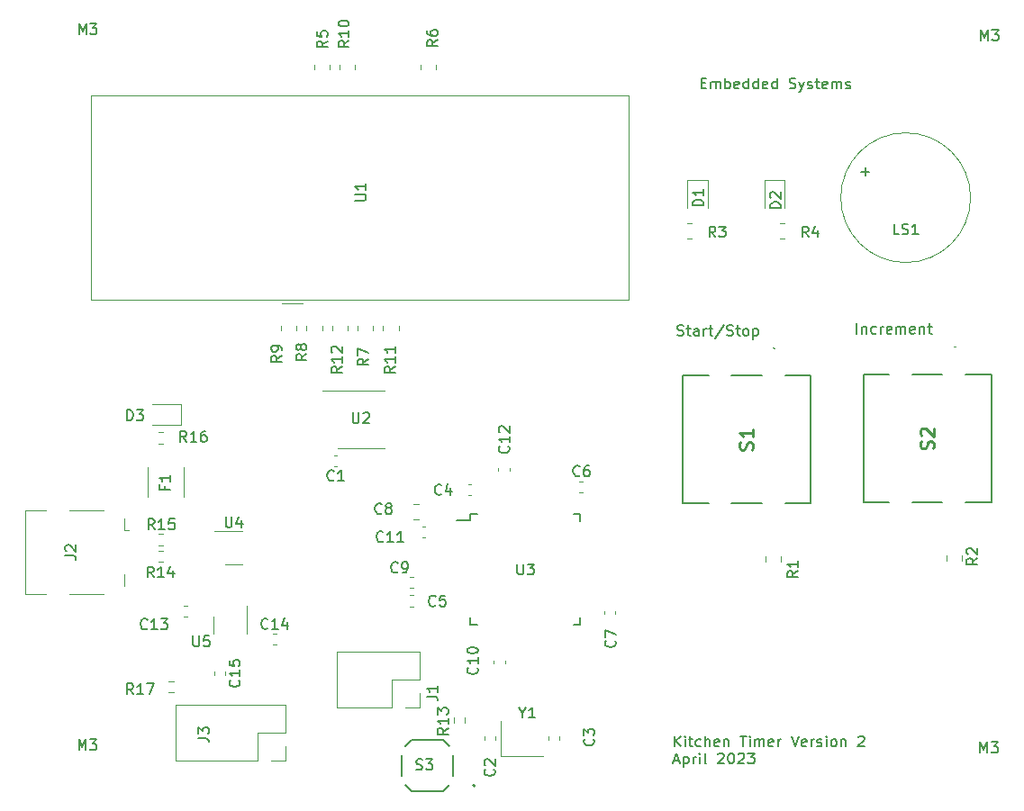
<source format=gbr>
%TF.GenerationSoftware,KiCad,Pcbnew,7.0.1*%
%TF.CreationDate,2023-04-20T13:06:00-06:00*%
%TF.ProjectId,Phase_B_ATMEGA,50686173-655f-4425-9f41-544d4547412e,rev?*%
%TF.SameCoordinates,Original*%
%TF.FileFunction,Legend,Top*%
%TF.FilePolarity,Positive*%
%FSLAX46Y46*%
G04 Gerber Fmt 4.6, Leading zero omitted, Abs format (unit mm)*
G04 Created by KiCad (PCBNEW 7.0.1) date 2023-04-20 13:06:00*
%MOMM*%
%LPD*%
G01*
G04 APERTURE LIST*
%ADD10C,0.150000*%
%ADD11C,0.254000*%
%ADD12C,0.120000*%
%ADD13C,0.127000*%
%ADD14C,0.200000*%
%ADD15C,0.100000*%
G04 APERTURE END LIST*
D10*
X155178095Y-132877619D02*
X155178095Y-131877619D01*
X155749523Y-132877619D02*
X155320952Y-132306190D01*
X155749523Y-131877619D02*
X155178095Y-132449047D01*
X156178095Y-132877619D02*
X156178095Y-132210952D01*
X156178095Y-131877619D02*
X156130476Y-131925238D01*
X156130476Y-131925238D02*
X156178095Y-131972857D01*
X156178095Y-131972857D02*
X156225714Y-131925238D01*
X156225714Y-131925238D02*
X156178095Y-131877619D01*
X156178095Y-131877619D02*
X156178095Y-131972857D01*
X156511428Y-132210952D02*
X156892380Y-132210952D01*
X156654285Y-131877619D02*
X156654285Y-132734761D01*
X156654285Y-132734761D02*
X156701904Y-132830000D01*
X156701904Y-132830000D02*
X156797142Y-132877619D01*
X156797142Y-132877619D02*
X156892380Y-132877619D01*
X157654285Y-132830000D02*
X157559047Y-132877619D01*
X157559047Y-132877619D02*
X157368571Y-132877619D01*
X157368571Y-132877619D02*
X157273333Y-132830000D01*
X157273333Y-132830000D02*
X157225714Y-132782380D01*
X157225714Y-132782380D02*
X157178095Y-132687142D01*
X157178095Y-132687142D02*
X157178095Y-132401428D01*
X157178095Y-132401428D02*
X157225714Y-132306190D01*
X157225714Y-132306190D02*
X157273333Y-132258571D01*
X157273333Y-132258571D02*
X157368571Y-132210952D01*
X157368571Y-132210952D02*
X157559047Y-132210952D01*
X157559047Y-132210952D02*
X157654285Y-132258571D01*
X158082857Y-132877619D02*
X158082857Y-131877619D01*
X158511428Y-132877619D02*
X158511428Y-132353809D01*
X158511428Y-132353809D02*
X158463809Y-132258571D01*
X158463809Y-132258571D02*
X158368571Y-132210952D01*
X158368571Y-132210952D02*
X158225714Y-132210952D01*
X158225714Y-132210952D02*
X158130476Y-132258571D01*
X158130476Y-132258571D02*
X158082857Y-132306190D01*
X159368571Y-132830000D02*
X159273333Y-132877619D01*
X159273333Y-132877619D02*
X159082857Y-132877619D01*
X159082857Y-132877619D02*
X158987619Y-132830000D01*
X158987619Y-132830000D02*
X158940000Y-132734761D01*
X158940000Y-132734761D02*
X158940000Y-132353809D01*
X158940000Y-132353809D02*
X158987619Y-132258571D01*
X158987619Y-132258571D02*
X159082857Y-132210952D01*
X159082857Y-132210952D02*
X159273333Y-132210952D01*
X159273333Y-132210952D02*
X159368571Y-132258571D01*
X159368571Y-132258571D02*
X159416190Y-132353809D01*
X159416190Y-132353809D02*
X159416190Y-132449047D01*
X159416190Y-132449047D02*
X158940000Y-132544285D01*
X159844762Y-132210952D02*
X159844762Y-132877619D01*
X159844762Y-132306190D02*
X159892381Y-132258571D01*
X159892381Y-132258571D02*
X159987619Y-132210952D01*
X159987619Y-132210952D02*
X160130476Y-132210952D01*
X160130476Y-132210952D02*
X160225714Y-132258571D01*
X160225714Y-132258571D02*
X160273333Y-132353809D01*
X160273333Y-132353809D02*
X160273333Y-132877619D01*
X161368572Y-131877619D02*
X161940000Y-131877619D01*
X161654286Y-132877619D02*
X161654286Y-131877619D01*
X162273334Y-132877619D02*
X162273334Y-132210952D01*
X162273334Y-131877619D02*
X162225715Y-131925238D01*
X162225715Y-131925238D02*
X162273334Y-131972857D01*
X162273334Y-131972857D02*
X162320953Y-131925238D01*
X162320953Y-131925238D02*
X162273334Y-131877619D01*
X162273334Y-131877619D02*
X162273334Y-131972857D01*
X162749524Y-132877619D02*
X162749524Y-132210952D01*
X162749524Y-132306190D02*
X162797143Y-132258571D01*
X162797143Y-132258571D02*
X162892381Y-132210952D01*
X162892381Y-132210952D02*
X163035238Y-132210952D01*
X163035238Y-132210952D02*
X163130476Y-132258571D01*
X163130476Y-132258571D02*
X163178095Y-132353809D01*
X163178095Y-132353809D02*
X163178095Y-132877619D01*
X163178095Y-132353809D02*
X163225714Y-132258571D01*
X163225714Y-132258571D02*
X163320952Y-132210952D01*
X163320952Y-132210952D02*
X163463809Y-132210952D01*
X163463809Y-132210952D02*
X163559048Y-132258571D01*
X163559048Y-132258571D02*
X163606667Y-132353809D01*
X163606667Y-132353809D02*
X163606667Y-132877619D01*
X164463809Y-132830000D02*
X164368571Y-132877619D01*
X164368571Y-132877619D02*
X164178095Y-132877619D01*
X164178095Y-132877619D02*
X164082857Y-132830000D01*
X164082857Y-132830000D02*
X164035238Y-132734761D01*
X164035238Y-132734761D02*
X164035238Y-132353809D01*
X164035238Y-132353809D02*
X164082857Y-132258571D01*
X164082857Y-132258571D02*
X164178095Y-132210952D01*
X164178095Y-132210952D02*
X164368571Y-132210952D01*
X164368571Y-132210952D02*
X164463809Y-132258571D01*
X164463809Y-132258571D02*
X164511428Y-132353809D01*
X164511428Y-132353809D02*
X164511428Y-132449047D01*
X164511428Y-132449047D02*
X164035238Y-132544285D01*
X164940000Y-132877619D02*
X164940000Y-132210952D01*
X164940000Y-132401428D02*
X164987619Y-132306190D01*
X164987619Y-132306190D02*
X165035238Y-132258571D01*
X165035238Y-132258571D02*
X165130476Y-132210952D01*
X165130476Y-132210952D02*
X165225714Y-132210952D01*
X166178096Y-131877619D02*
X166511429Y-132877619D01*
X166511429Y-132877619D02*
X166844762Y-131877619D01*
X167559048Y-132830000D02*
X167463810Y-132877619D01*
X167463810Y-132877619D02*
X167273334Y-132877619D01*
X167273334Y-132877619D02*
X167178096Y-132830000D01*
X167178096Y-132830000D02*
X167130477Y-132734761D01*
X167130477Y-132734761D02*
X167130477Y-132353809D01*
X167130477Y-132353809D02*
X167178096Y-132258571D01*
X167178096Y-132258571D02*
X167273334Y-132210952D01*
X167273334Y-132210952D02*
X167463810Y-132210952D01*
X167463810Y-132210952D02*
X167559048Y-132258571D01*
X167559048Y-132258571D02*
X167606667Y-132353809D01*
X167606667Y-132353809D02*
X167606667Y-132449047D01*
X167606667Y-132449047D02*
X167130477Y-132544285D01*
X168035239Y-132877619D02*
X168035239Y-132210952D01*
X168035239Y-132401428D02*
X168082858Y-132306190D01*
X168082858Y-132306190D02*
X168130477Y-132258571D01*
X168130477Y-132258571D02*
X168225715Y-132210952D01*
X168225715Y-132210952D02*
X168320953Y-132210952D01*
X168606668Y-132830000D02*
X168701906Y-132877619D01*
X168701906Y-132877619D02*
X168892382Y-132877619D01*
X168892382Y-132877619D02*
X168987620Y-132830000D01*
X168987620Y-132830000D02*
X169035239Y-132734761D01*
X169035239Y-132734761D02*
X169035239Y-132687142D01*
X169035239Y-132687142D02*
X168987620Y-132591904D01*
X168987620Y-132591904D02*
X168892382Y-132544285D01*
X168892382Y-132544285D02*
X168749525Y-132544285D01*
X168749525Y-132544285D02*
X168654287Y-132496666D01*
X168654287Y-132496666D02*
X168606668Y-132401428D01*
X168606668Y-132401428D02*
X168606668Y-132353809D01*
X168606668Y-132353809D02*
X168654287Y-132258571D01*
X168654287Y-132258571D02*
X168749525Y-132210952D01*
X168749525Y-132210952D02*
X168892382Y-132210952D01*
X168892382Y-132210952D02*
X168987620Y-132258571D01*
X169463811Y-132877619D02*
X169463811Y-132210952D01*
X169463811Y-131877619D02*
X169416192Y-131925238D01*
X169416192Y-131925238D02*
X169463811Y-131972857D01*
X169463811Y-131972857D02*
X169511430Y-131925238D01*
X169511430Y-131925238D02*
X169463811Y-131877619D01*
X169463811Y-131877619D02*
X169463811Y-131972857D01*
X170082858Y-132877619D02*
X169987620Y-132830000D01*
X169987620Y-132830000D02*
X169940001Y-132782380D01*
X169940001Y-132782380D02*
X169892382Y-132687142D01*
X169892382Y-132687142D02*
X169892382Y-132401428D01*
X169892382Y-132401428D02*
X169940001Y-132306190D01*
X169940001Y-132306190D02*
X169987620Y-132258571D01*
X169987620Y-132258571D02*
X170082858Y-132210952D01*
X170082858Y-132210952D02*
X170225715Y-132210952D01*
X170225715Y-132210952D02*
X170320953Y-132258571D01*
X170320953Y-132258571D02*
X170368572Y-132306190D01*
X170368572Y-132306190D02*
X170416191Y-132401428D01*
X170416191Y-132401428D02*
X170416191Y-132687142D01*
X170416191Y-132687142D02*
X170368572Y-132782380D01*
X170368572Y-132782380D02*
X170320953Y-132830000D01*
X170320953Y-132830000D02*
X170225715Y-132877619D01*
X170225715Y-132877619D02*
X170082858Y-132877619D01*
X170844763Y-132210952D02*
X170844763Y-132877619D01*
X170844763Y-132306190D02*
X170892382Y-132258571D01*
X170892382Y-132258571D02*
X170987620Y-132210952D01*
X170987620Y-132210952D02*
X171130477Y-132210952D01*
X171130477Y-132210952D02*
X171225715Y-132258571D01*
X171225715Y-132258571D02*
X171273334Y-132353809D01*
X171273334Y-132353809D02*
X171273334Y-132877619D01*
X172463811Y-131972857D02*
X172511430Y-131925238D01*
X172511430Y-131925238D02*
X172606668Y-131877619D01*
X172606668Y-131877619D02*
X172844763Y-131877619D01*
X172844763Y-131877619D02*
X172940001Y-131925238D01*
X172940001Y-131925238D02*
X172987620Y-131972857D01*
X172987620Y-131972857D02*
X173035239Y-132068095D01*
X173035239Y-132068095D02*
X173035239Y-132163333D01*
X173035239Y-132163333D02*
X172987620Y-132306190D01*
X172987620Y-132306190D02*
X172416192Y-132877619D01*
X172416192Y-132877619D02*
X173035239Y-132877619D01*
X155454066Y-94191741D02*
X155596923Y-94239360D01*
X155596923Y-94239360D02*
X155835018Y-94239360D01*
X155835018Y-94239360D02*
X155930256Y-94191741D01*
X155930256Y-94191741D02*
X155977875Y-94144121D01*
X155977875Y-94144121D02*
X156025494Y-94048883D01*
X156025494Y-94048883D02*
X156025494Y-93953645D01*
X156025494Y-93953645D02*
X155977875Y-93858407D01*
X155977875Y-93858407D02*
X155930256Y-93810788D01*
X155930256Y-93810788D02*
X155835018Y-93763169D01*
X155835018Y-93763169D02*
X155644542Y-93715550D01*
X155644542Y-93715550D02*
X155549304Y-93667931D01*
X155549304Y-93667931D02*
X155501685Y-93620312D01*
X155501685Y-93620312D02*
X155454066Y-93525074D01*
X155454066Y-93525074D02*
X155454066Y-93429836D01*
X155454066Y-93429836D02*
X155501685Y-93334598D01*
X155501685Y-93334598D02*
X155549304Y-93286979D01*
X155549304Y-93286979D02*
X155644542Y-93239360D01*
X155644542Y-93239360D02*
X155882637Y-93239360D01*
X155882637Y-93239360D02*
X156025494Y-93286979D01*
X156311209Y-93572693D02*
X156692161Y-93572693D01*
X156454066Y-93239360D02*
X156454066Y-94096502D01*
X156454066Y-94096502D02*
X156501685Y-94191741D01*
X156501685Y-94191741D02*
X156596923Y-94239360D01*
X156596923Y-94239360D02*
X156692161Y-94239360D01*
X157454066Y-94239360D02*
X157454066Y-93715550D01*
X157454066Y-93715550D02*
X157406447Y-93620312D01*
X157406447Y-93620312D02*
X157311209Y-93572693D01*
X157311209Y-93572693D02*
X157120733Y-93572693D01*
X157120733Y-93572693D02*
X157025495Y-93620312D01*
X157454066Y-94191741D02*
X157358828Y-94239360D01*
X157358828Y-94239360D02*
X157120733Y-94239360D01*
X157120733Y-94239360D02*
X157025495Y-94191741D01*
X157025495Y-94191741D02*
X156977876Y-94096502D01*
X156977876Y-94096502D02*
X156977876Y-94001264D01*
X156977876Y-94001264D02*
X157025495Y-93906026D01*
X157025495Y-93906026D02*
X157120733Y-93858407D01*
X157120733Y-93858407D02*
X157358828Y-93858407D01*
X157358828Y-93858407D02*
X157454066Y-93810788D01*
X157930257Y-94239360D02*
X157930257Y-93572693D01*
X157930257Y-93763169D02*
X157977876Y-93667931D01*
X157977876Y-93667931D02*
X158025495Y-93620312D01*
X158025495Y-93620312D02*
X158120733Y-93572693D01*
X158120733Y-93572693D02*
X158215971Y-93572693D01*
X158406448Y-93572693D02*
X158787400Y-93572693D01*
X158549305Y-93239360D02*
X158549305Y-94096502D01*
X158549305Y-94096502D02*
X158596924Y-94191741D01*
X158596924Y-94191741D02*
X158692162Y-94239360D01*
X158692162Y-94239360D02*
X158787400Y-94239360D01*
X159835019Y-93191741D02*
X158977877Y-94477455D01*
X160120734Y-94191741D02*
X160263591Y-94239360D01*
X160263591Y-94239360D02*
X160501686Y-94239360D01*
X160501686Y-94239360D02*
X160596924Y-94191741D01*
X160596924Y-94191741D02*
X160644543Y-94144121D01*
X160644543Y-94144121D02*
X160692162Y-94048883D01*
X160692162Y-94048883D02*
X160692162Y-93953645D01*
X160692162Y-93953645D02*
X160644543Y-93858407D01*
X160644543Y-93858407D02*
X160596924Y-93810788D01*
X160596924Y-93810788D02*
X160501686Y-93763169D01*
X160501686Y-93763169D02*
X160311210Y-93715550D01*
X160311210Y-93715550D02*
X160215972Y-93667931D01*
X160215972Y-93667931D02*
X160168353Y-93620312D01*
X160168353Y-93620312D02*
X160120734Y-93525074D01*
X160120734Y-93525074D02*
X160120734Y-93429836D01*
X160120734Y-93429836D02*
X160168353Y-93334598D01*
X160168353Y-93334598D02*
X160215972Y-93286979D01*
X160215972Y-93286979D02*
X160311210Y-93239360D01*
X160311210Y-93239360D02*
X160549305Y-93239360D01*
X160549305Y-93239360D02*
X160692162Y-93286979D01*
X160977877Y-93572693D02*
X161358829Y-93572693D01*
X161120734Y-93239360D02*
X161120734Y-94096502D01*
X161120734Y-94096502D02*
X161168353Y-94191741D01*
X161168353Y-94191741D02*
X161263591Y-94239360D01*
X161263591Y-94239360D02*
X161358829Y-94239360D01*
X161835020Y-94239360D02*
X161739782Y-94191741D01*
X161739782Y-94191741D02*
X161692163Y-94144121D01*
X161692163Y-94144121D02*
X161644544Y-94048883D01*
X161644544Y-94048883D02*
X161644544Y-93763169D01*
X161644544Y-93763169D02*
X161692163Y-93667931D01*
X161692163Y-93667931D02*
X161739782Y-93620312D01*
X161739782Y-93620312D02*
X161835020Y-93572693D01*
X161835020Y-93572693D02*
X161977877Y-93572693D01*
X161977877Y-93572693D02*
X162073115Y-93620312D01*
X162073115Y-93620312D02*
X162120734Y-93667931D01*
X162120734Y-93667931D02*
X162168353Y-93763169D01*
X162168353Y-93763169D02*
X162168353Y-94048883D01*
X162168353Y-94048883D02*
X162120734Y-94144121D01*
X162120734Y-94144121D02*
X162073115Y-94191741D01*
X162073115Y-94191741D02*
X161977877Y-94239360D01*
X161977877Y-94239360D02*
X161835020Y-94239360D01*
X162596925Y-93572693D02*
X162596925Y-94572693D01*
X162596925Y-93620312D02*
X162692163Y-93572693D01*
X162692163Y-93572693D02*
X162882639Y-93572693D01*
X162882639Y-93572693D02*
X162977877Y-93620312D01*
X162977877Y-93620312D02*
X163025496Y-93667931D01*
X163025496Y-93667931D02*
X163073115Y-93763169D01*
X163073115Y-93763169D02*
X163073115Y-94048883D01*
X163073115Y-94048883D02*
X163025496Y-94144121D01*
X163025496Y-94144121D02*
X162977877Y-94191741D01*
X162977877Y-94191741D02*
X162882639Y-94239360D01*
X162882639Y-94239360D02*
X162692163Y-94239360D01*
X162692163Y-94239360D02*
X162596925Y-94191741D01*
X172334630Y-94047349D02*
X172334630Y-93047349D01*
X172810820Y-93380682D02*
X172810820Y-94047349D01*
X172810820Y-93475920D02*
X172858439Y-93428301D01*
X172858439Y-93428301D02*
X172953677Y-93380682D01*
X172953677Y-93380682D02*
X173096534Y-93380682D01*
X173096534Y-93380682D02*
X173191772Y-93428301D01*
X173191772Y-93428301D02*
X173239391Y-93523539D01*
X173239391Y-93523539D02*
X173239391Y-94047349D01*
X174144153Y-93999730D02*
X174048915Y-94047349D01*
X174048915Y-94047349D02*
X173858439Y-94047349D01*
X173858439Y-94047349D02*
X173763201Y-93999730D01*
X173763201Y-93999730D02*
X173715582Y-93952110D01*
X173715582Y-93952110D02*
X173667963Y-93856872D01*
X173667963Y-93856872D02*
X173667963Y-93571158D01*
X173667963Y-93571158D02*
X173715582Y-93475920D01*
X173715582Y-93475920D02*
X173763201Y-93428301D01*
X173763201Y-93428301D02*
X173858439Y-93380682D01*
X173858439Y-93380682D02*
X174048915Y-93380682D01*
X174048915Y-93380682D02*
X174144153Y-93428301D01*
X174572725Y-94047349D02*
X174572725Y-93380682D01*
X174572725Y-93571158D02*
X174620344Y-93475920D01*
X174620344Y-93475920D02*
X174667963Y-93428301D01*
X174667963Y-93428301D02*
X174763201Y-93380682D01*
X174763201Y-93380682D02*
X174858439Y-93380682D01*
X175572725Y-93999730D02*
X175477487Y-94047349D01*
X175477487Y-94047349D02*
X175287011Y-94047349D01*
X175287011Y-94047349D02*
X175191773Y-93999730D01*
X175191773Y-93999730D02*
X175144154Y-93904491D01*
X175144154Y-93904491D02*
X175144154Y-93523539D01*
X175144154Y-93523539D02*
X175191773Y-93428301D01*
X175191773Y-93428301D02*
X175287011Y-93380682D01*
X175287011Y-93380682D02*
X175477487Y-93380682D01*
X175477487Y-93380682D02*
X175572725Y-93428301D01*
X175572725Y-93428301D02*
X175620344Y-93523539D01*
X175620344Y-93523539D02*
X175620344Y-93618777D01*
X175620344Y-93618777D02*
X175144154Y-93714015D01*
X176048916Y-94047349D02*
X176048916Y-93380682D01*
X176048916Y-93475920D02*
X176096535Y-93428301D01*
X176096535Y-93428301D02*
X176191773Y-93380682D01*
X176191773Y-93380682D02*
X176334630Y-93380682D01*
X176334630Y-93380682D02*
X176429868Y-93428301D01*
X176429868Y-93428301D02*
X176477487Y-93523539D01*
X176477487Y-93523539D02*
X176477487Y-94047349D01*
X176477487Y-93523539D02*
X176525106Y-93428301D01*
X176525106Y-93428301D02*
X176620344Y-93380682D01*
X176620344Y-93380682D02*
X176763201Y-93380682D01*
X176763201Y-93380682D02*
X176858440Y-93428301D01*
X176858440Y-93428301D02*
X176906059Y-93523539D01*
X176906059Y-93523539D02*
X176906059Y-94047349D01*
X177763201Y-93999730D02*
X177667963Y-94047349D01*
X177667963Y-94047349D02*
X177477487Y-94047349D01*
X177477487Y-94047349D02*
X177382249Y-93999730D01*
X177382249Y-93999730D02*
X177334630Y-93904491D01*
X177334630Y-93904491D02*
X177334630Y-93523539D01*
X177334630Y-93523539D02*
X177382249Y-93428301D01*
X177382249Y-93428301D02*
X177477487Y-93380682D01*
X177477487Y-93380682D02*
X177667963Y-93380682D01*
X177667963Y-93380682D02*
X177763201Y-93428301D01*
X177763201Y-93428301D02*
X177810820Y-93523539D01*
X177810820Y-93523539D02*
X177810820Y-93618777D01*
X177810820Y-93618777D02*
X177334630Y-93714015D01*
X178239392Y-93380682D02*
X178239392Y-94047349D01*
X178239392Y-93475920D02*
X178287011Y-93428301D01*
X178287011Y-93428301D02*
X178382249Y-93380682D01*
X178382249Y-93380682D02*
X178525106Y-93380682D01*
X178525106Y-93380682D02*
X178620344Y-93428301D01*
X178620344Y-93428301D02*
X178667963Y-93523539D01*
X178667963Y-93523539D02*
X178667963Y-94047349D01*
X179001297Y-93380682D02*
X179382249Y-93380682D01*
X179144154Y-93047349D02*
X179144154Y-93904491D01*
X179144154Y-93904491D02*
X179191773Y-93999730D01*
X179191773Y-93999730D02*
X179287011Y-94047349D01*
X179287011Y-94047349D02*
X179382249Y-94047349D01*
X157718095Y-70473809D02*
X158051428Y-70473809D01*
X158194285Y-70997619D02*
X157718095Y-70997619D01*
X157718095Y-70997619D02*
X157718095Y-69997619D01*
X157718095Y-69997619D02*
X158194285Y-69997619D01*
X158622857Y-70997619D02*
X158622857Y-70330952D01*
X158622857Y-70426190D02*
X158670476Y-70378571D01*
X158670476Y-70378571D02*
X158765714Y-70330952D01*
X158765714Y-70330952D02*
X158908571Y-70330952D01*
X158908571Y-70330952D02*
X159003809Y-70378571D01*
X159003809Y-70378571D02*
X159051428Y-70473809D01*
X159051428Y-70473809D02*
X159051428Y-70997619D01*
X159051428Y-70473809D02*
X159099047Y-70378571D01*
X159099047Y-70378571D02*
X159194285Y-70330952D01*
X159194285Y-70330952D02*
X159337142Y-70330952D01*
X159337142Y-70330952D02*
X159432381Y-70378571D01*
X159432381Y-70378571D02*
X159480000Y-70473809D01*
X159480000Y-70473809D02*
X159480000Y-70997619D01*
X159956190Y-70997619D02*
X159956190Y-69997619D01*
X159956190Y-70378571D02*
X160051428Y-70330952D01*
X160051428Y-70330952D02*
X160241904Y-70330952D01*
X160241904Y-70330952D02*
X160337142Y-70378571D01*
X160337142Y-70378571D02*
X160384761Y-70426190D01*
X160384761Y-70426190D02*
X160432380Y-70521428D01*
X160432380Y-70521428D02*
X160432380Y-70807142D01*
X160432380Y-70807142D02*
X160384761Y-70902380D01*
X160384761Y-70902380D02*
X160337142Y-70950000D01*
X160337142Y-70950000D02*
X160241904Y-70997619D01*
X160241904Y-70997619D02*
X160051428Y-70997619D01*
X160051428Y-70997619D02*
X159956190Y-70950000D01*
X161241904Y-70950000D02*
X161146666Y-70997619D01*
X161146666Y-70997619D02*
X160956190Y-70997619D01*
X160956190Y-70997619D02*
X160860952Y-70950000D01*
X160860952Y-70950000D02*
X160813333Y-70854761D01*
X160813333Y-70854761D02*
X160813333Y-70473809D01*
X160813333Y-70473809D02*
X160860952Y-70378571D01*
X160860952Y-70378571D02*
X160956190Y-70330952D01*
X160956190Y-70330952D02*
X161146666Y-70330952D01*
X161146666Y-70330952D02*
X161241904Y-70378571D01*
X161241904Y-70378571D02*
X161289523Y-70473809D01*
X161289523Y-70473809D02*
X161289523Y-70569047D01*
X161289523Y-70569047D02*
X160813333Y-70664285D01*
X162146666Y-70997619D02*
X162146666Y-69997619D01*
X162146666Y-70950000D02*
X162051428Y-70997619D01*
X162051428Y-70997619D02*
X161860952Y-70997619D01*
X161860952Y-70997619D02*
X161765714Y-70950000D01*
X161765714Y-70950000D02*
X161718095Y-70902380D01*
X161718095Y-70902380D02*
X161670476Y-70807142D01*
X161670476Y-70807142D02*
X161670476Y-70521428D01*
X161670476Y-70521428D02*
X161718095Y-70426190D01*
X161718095Y-70426190D02*
X161765714Y-70378571D01*
X161765714Y-70378571D02*
X161860952Y-70330952D01*
X161860952Y-70330952D02*
X162051428Y-70330952D01*
X162051428Y-70330952D02*
X162146666Y-70378571D01*
X163051428Y-70997619D02*
X163051428Y-69997619D01*
X163051428Y-70950000D02*
X162956190Y-70997619D01*
X162956190Y-70997619D02*
X162765714Y-70997619D01*
X162765714Y-70997619D02*
X162670476Y-70950000D01*
X162670476Y-70950000D02*
X162622857Y-70902380D01*
X162622857Y-70902380D02*
X162575238Y-70807142D01*
X162575238Y-70807142D02*
X162575238Y-70521428D01*
X162575238Y-70521428D02*
X162622857Y-70426190D01*
X162622857Y-70426190D02*
X162670476Y-70378571D01*
X162670476Y-70378571D02*
X162765714Y-70330952D01*
X162765714Y-70330952D02*
X162956190Y-70330952D01*
X162956190Y-70330952D02*
X163051428Y-70378571D01*
X163908571Y-70950000D02*
X163813333Y-70997619D01*
X163813333Y-70997619D02*
X163622857Y-70997619D01*
X163622857Y-70997619D02*
X163527619Y-70950000D01*
X163527619Y-70950000D02*
X163480000Y-70854761D01*
X163480000Y-70854761D02*
X163480000Y-70473809D01*
X163480000Y-70473809D02*
X163527619Y-70378571D01*
X163527619Y-70378571D02*
X163622857Y-70330952D01*
X163622857Y-70330952D02*
X163813333Y-70330952D01*
X163813333Y-70330952D02*
X163908571Y-70378571D01*
X163908571Y-70378571D02*
X163956190Y-70473809D01*
X163956190Y-70473809D02*
X163956190Y-70569047D01*
X163956190Y-70569047D02*
X163480000Y-70664285D01*
X164813333Y-70997619D02*
X164813333Y-69997619D01*
X164813333Y-70950000D02*
X164718095Y-70997619D01*
X164718095Y-70997619D02*
X164527619Y-70997619D01*
X164527619Y-70997619D02*
X164432381Y-70950000D01*
X164432381Y-70950000D02*
X164384762Y-70902380D01*
X164384762Y-70902380D02*
X164337143Y-70807142D01*
X164337143Y-70807142D02*
X164337143Y-70521428D01*
X164337143Y-70521428D02*
X164384762Y-70426190D01*
X164384762Y-70426190D02*
X164432381Y-70378571D01*
X164432381Y-70378571D02*
X164527619Y-70330952D01*
X164527619Y-70330952D02*
X164718095Y-70330952D01*
X164718095Y-70330952D02*
X164813333Y-70378571D01*
X166003810Y-70950000D02*
X166146667Y-70997619D01*
X166146667Y-70997619D02*
X166384762Y-70997619D01*
X166384762Y-70997619D02*
X166480000Y-70950000D01*
X166480000Y-70950000D02*
X166527619Y-70902380D01*
X166527619Y-70902380D02*
X166575238Y-70807142D01*
X166575238Y-70807142D02*
X166575238Y-70711904D01*
X166575238Y-70711904D02*
X166527619Y-70616666D01*
X166527619Y-70616666D02*
X166480000Y-70569047D01*
X166480000Y-70569047D02*
X166384762Y-70521428D01*
X166384762Y-70521428D02*
X166194286Y-70473809D01*
X166194286Y-70473809D02*
X166099048Y-70426190D01*
X166099048Y-70426190D02*
X166051429Y-70378571D01*
X166051429Y-70378571D02*
X166003810Y-70283333D01*
X166003810Y-70283333D02*
X166003810Y-70188095D01*
X166003810Y-70188095D02*
X166051429Y-70092857D01*
X166051429Y-70092857D02*
X166099048Y-70045238D01*
X166099048Y-70045238D02*
X166194286Y-69997619D01*
X166194286Y-69997619D02*
X166432381Y-69997619D01*
X166432381Y-69997619D02*
X166575238Y-70045238D01*
X166908572Y-70330952D02*
X167146667Y-70997619D01*
X167384762Y-70330952D02*
X167146667Y-70997619D01*
X167146667Y-70997619D02*
X167051429Y-71235714D01*
X167051429Y-71235714D02*
X167003810Y-71283333D01*
X167003810Y-71283333D02*
X166908572Y-71330952D01*
X167718096Y-70950000D02*
X167813334Y-70997619D01*
X167813334Y-70997619D02*
X168003810Y-70997619D01*
X168003810Y-70997619D02*
X168099048Y-70950000D01*
X168099048Y-70950000D02*
X168146667Y-70854761D01*
X168146667Y-70854761D02*
X168146667Y-70807142D01*
X168146667Y-70807142D02*
X168099048Y-70711904D01*
X168099048Y-70711904D02*
X168003810Y-70664285D01*
X168003810Y-70664285D02*
X167860953Y-70664285D01*
X167860953Y-70664285D02*
X167765715Y-70616666D01*
X167765715Y-70616666D02*
X167718096Y-70521428D01*
X167718096Y-70521428D02*
X167718096Y-70473809D01*
X167718096Y-70473809D02*
X167765715Y-70378571D01*
X167765715Y-70378571D02*
X167860953Y-70330952D01*
X167860953Y-70330952D02*
X168003810Y-70330952D01*
X168003810Y-70330952D02*
X168099048Y-70378571D01*
X168432382Y-70330952D02*
X168813334Y-70330952D01*
X168575239Y-69997619D02*
X168575239Y-70854761D01*
X168575239Y-70854761D02*
X168622858Y-70950000D01*
X168622858Y-70950000D02*
X168718096Y-70997619D01*
X168718096Y-70997619D02*
X168813334Y-70997619D01*
X169527620Y-70950000D02*
X169432382Y-70997619D01*
X169432382Y-70997619D02*
X169241906Y-70997619D01*
X169241906Y-70997619D02*
X169146668Y-70950000D01*
X169146668Y-70950000D02*
X169099049Y-70854761D01*
X169099049Y-70854761D02*
X169099049Y-70473809D01*
X169099049Y-70473809D02*
X169146668Y-70378571D01*
X169146668Y-70378571D02*
X169241906Y-70330952D01*
X169241906Y-70330952D02*
X169432382Y-70330952D01*
X169432382Y-70330952D02*
X169527620Y-70378571D01*
X169527620Y-70378571D02*
X169575239Y-70473809D01*
X169575239Y-70473809D02*
X169575239Y-70569047D01*
X169575239Y-70569047D02*
X169099049Y-70664285D01*
X170003811Y-70997619D02*
X170003811Y-70330952D01*
X170003811Y-70426190D02*
X170051430Y-70378571D01*
X170051430Y-70378571D02*
X170146668Y-70330952D01*
X170146668Y-70330952D02*
X170289525Y-70330952D01*
X170289525Y-70330952D02*
X170384763Y-70378571D01*
X170384763Y-70378571D02*
X170432382Y-70473809D01*
X170432382Y-70473809D02*
X170432382Y-70997619D01*
X170432382Y-70473809D02*
X170480001Y-70378571D01*
X170480001Y-70378571D02*
X170575239Y-70330952D01*
X170575239Y-70330952D02*
X170718096Y-70330952D01*
X170718096Y-70330952D02*
X170813335Y-70378571D01*
X170813335Y-70378571D02*
X170860954Y-70473809D01*
X170860954Y-70473809D02*
X170860954Y-70997619D01*
X171289525Y-70950000D02*
X171384763Y-70997619D01*
X171384763Y-70997619D02*
X171575239Y-70997619D01*
X171575239Y-70997619D02*
X171670477Y-70950000D01*
X171670477Y-70950000D02*
X171718096Y-70854761D01*
X171718096Y-70854761D02*
X171718096Y-70807142D01*
X171718096Y-70807142D02*
X171670477Y-70711904D01*
X171670477Y-70711904D02*
X171575239Y-70664285D01*
X171575239Y-70664285D02*
X171432382Y-70664285D01*
X171432382Y-70664285D02*
X171337144Y-70616666D01*
X171337144Y-70616666D02*
X171289525Y-70521428D01*
X171289525Y-70521428D02*
X171289525Y-70473809D01*
X171289525Y-70473809D02*
X171337144Y-70378571D01*
X171337144Y-70378571D02*
X171432382Y-70330952D01*
X171432382Y-70330952D02*
X171575239Y-70330952D01*
X171575239Y-70330952D02*
X171670477Y-70378571D01*
X155130476Y-134211904D02*
X155606666Y-134211904D01*
X155035238Y-134497619D02*
X155368571Y-133497619D01*
X155368571Y-133497619D02*
X155701904Y-134497619D01*
X156035238Y-133830952D02*
X156035238Y-134830952D01*
X156035238Y-133878571D02*
X156130476Y-133830952D01*
X156130476Y-133830952D02*
X156320952Y-133830952D01*
X156320952Y-133830952D02*
X156416190Y-133878571D01*
X156416190Y-133878571D02*
X156463809Y-133926190D01*
X156463809Y-133926190D02*
X156511428Y-134021428D01*
X156511428Y-134021428D02*
X156511428Y-134307142D01*
X156511428Y-134307142D02*
X156463809Y-134402380D01*
X156463809Y-134402380D02*
X156416190Y-134450000D01*
X156416190Y-134450000D02*
X156320952Y-134497619D01*
X156320952Y-134497619D02*
X156130476Y-134497619D01*
X156130476Y-134497619D02*
X156035238Y-134450000D01*
X156940000Y-134497619D02*
X156940000Y-133830952D01*
X156940000Y-134021428D02*
X156987619Y-133926190D01*
X156987619Y-133926190D02*
X157035238Y-133878571D01*
X157035238Y-133878571D02*
X157130476Y-133830952D01*
X157130476Y-133830952D02*
X157225714Y-133830952D01*
X157559048Y-134497619D02*
X157559048Y-133830952D01*
X157559048Y-133497619D02*
X157511429Y-133545238D01*
X157511429Y-133545238D02*
X157559048Y-133592857D01*
X157559048Y-133592857D02*
X157606667Y-133545238D01*
X157606667Y-133545238D02*
X157559048Y-133497619D01*
X157559048Y-133497619D02*
X157559048Y-133592857D01*
X158178095Y-134497619D02*
X158082857Y-134450000D01*
X158082857Y-134450000D02*
X158035238Y-134354761D01*
X158035238Y-134354761D02*
X158035238Y-133497619D01*
X159273334Y-133592857D02*
X159320953Y-133545238D01*
X159320953Y-133545238D02*
X159416191Y-133497619D01*
X159416191Y-133497619D02*
X159654286Y-133497619D01*
X159654286Y-133497619D02*
X159749524Y-133545238D01*
X159749524Y-133545238D02*
X159797143Y-133592857D01*
X159797143Y-133592857D02*
X159844762Y-133688095D01*
X159844762Y-133688095D02*
X159844762Y-133783333D01*
X159844762Y-133783333D02*
X159797143Y-133926190D01*
X159797143Y-133926190D02*
X159225715Y-134497619D01*
X159225715Y-134497619D02*
X159844762Y-134497619D01*
X160463810Y-133497619D02*
X160559048Y-133497619D01*
X160559048Y-133497619D02*
X160654286Y-133545238D01*
X160654286Y-133545238D02*
X160701905Y-133592857D01*
X160701905Y-133592857D02*
X160749524Y-133688095D01*
X160749524Y-133688095D02*
X160797143Y-133878571D01*
X160797143Y-133878571D02*
X160797143Y-134116666D01*
X160797143Y-134116666D02*
X160749524Y-134307142D01*
X160749524Y-134307142D02*
X160701905Y-134402380D01*
X160701905Y-134402380D02*
X160654286Y-134450000D01*
X160654286Y-134450000D02*
X160559048Y-134497619D01*
X160559048Y-134497619D02*
X160463810Y-134497619D01*
X160463810Y-134497619D02*
X160368572Y-134450000D01*
X160368572Y-134450000D02*
X160320953Y-134402380D01*
X160320953Y-134402380D02*
X160273334Y-134307142D01*
X160273334Y-134307142D02*
X160225715Y-134116666D01*
X160225715Y-134116666D02*
X160225715Y-133878571D01*
X160225715Y-133878571D02*
X160273334Y-133688095D01*
X160273334Y-133688095D02*
X160320953Y-133592857D01*
X160320953Y-133592857D02*
X160368572Y-133545238D01*
X160368572Y-133545238D02*
X160463810Y-133497619D01*
X161178096Y-133592857D02*
X161225715Y-133545238D01*
X161225715Y-133545238D02*
X161320953Y-133497619D01*
X161320953Y-133497619D02*
X161559048Y-133497619D01*
X161559048Y-133497619D02*
X161654286Y-133545238D01*
X161654286Y-133545238D02*
X161701905Y-133592857D01*
X161701905Y-133592857D02*
X161749524Y-133688095D01*
X161749524Y-133688095D02*
X161749524Y-133783333D01*
X161749524Y-133783333D02*
X161701905Y-133926190D01*
X161701905Y-133926190D02*
X161130477Y-134497619D01*
X161130477Y-134497619D02*
X161749524Y-134497619D01*
X162082858Y-133497619D02*
X162701905Y-133497619D01*
X162701905Y-133497619D02*
X162368572Y-133878571D01*
X162368572Y-133878571D02*
X162511429Y-133878571D01*
X162511429Y-133878571D02*
X162606667Y-133926190D01*
X162606667Y-133926190D02*
X162654286Y-133973809D01*
X162654286Y-133973809D02*
X162701905Y-134069047D01*
X162701905Y-134069047D02*
X162701905Y-134307142D01*
X162701905Y-134307142D02*
X162654286Y-134402380D01*
X162654286Y-134402380D02*
X162606667Y-134450000D01*
X162606667Y-134450000D02*
X162511429Y-134497619D01*
X162511429Y-134497619D02*
X162225715Y-134497619D01*
X162225715Y-134497619D02*
X162130477Y-134450000D01*
X162130477Y-134450000D02*
X162082858Y-134402380D01*
%TO.C,R14*%
X106236484Y-116962619D02*
X105903151Y-116486428D01*
X105665056Y-116962619D02*
X105665056Y-115962619D01*
X105665056Y-115962619D02*
X106046008Y-115962619D01*
X106046008Y-115962619D02*
X106141246Y-116010238D01*
X106141246Y-116010238D02*
X106188865Y-116057857D01*
X106188865Y-116057857D02*
X106236484Y-116153095D01*
X106236484Y-116153095D02*
X106236484Y-116295952D01*
X106236484Y-116295952D02*
X106188865Y-116391190D01*
X106188865Y-116391190D02*
X106141246Y-116438809D01*
X106141246Y-116438809D02*
X106046008Y-116486428D01*
X106046008Y-116486428D02*
X105665056Y-116486428D01*
X107188865Y-116962619D02*
X106617437Y-116962619D01*
X106903151Y-116962619D02*
X106903151Y-115962619D01*
X106903151Y-115962619D02*
X106807913Y-116105476D01*
X106807913Y-116105476D02*
X106712675Y-116200714D01*
X106712675Y-116200714D02*
X106617437Y-116248333D01*
X108046008Y-116295952D02*
X108046008Y-116962619D01*
X107807913Y-115915000D02*
X107569818Y-116629285D01*
X107569818Y-116629285D02*
X108188865Y-116629285D01*
%TO.C,R3*%
X159034135Y-84962619D02*
X158700802Y-84486428D01*
X158462707Y-84962619D02*
X158462707Y-83962619D01*
X158462707Y-83962619D02*
X158843659Y-83962619D01*
X158843659Y-83962619D02*
X158938897Y-84010238D01*
X158938897Y-84010238D02*
X158986516Y-84057857D01*
X158986516Y-84057857D02*
X159034135Y-84153095D01*
X159034135Y-84153095D02*
X159034135Y-84295952D01*
X159034135Y-84295952D02*
X158986516Y-84391190D01*
X158986516Y-84391190D02*
X158938897Y-84438809D01*
X158938897Y-84438809D02*
X158843659Y-84486428D01*
X158843659Y-84486428D02*
X158462707Y-84486428D01*
X159367469Y-83962619D02*
X159986516Y-83962619D01*
X159986516Y-83962619D02*
X159653183Y-84343571D01*
X159653183Y-84343571D02*
X159796040Y-84343571D01*
X159796040Y-84343571D02*
X159891278Y-84391190D01*
X159891278Y-84391190D02*
X159938897Y-84438809D01*
X159938897Y-84438809D02*
X159986516Y-84534047D01*
X159986516Y-84534047D02*
X159986516Y-84772142D01*
X159986516Y-84772142D02*
X159938897Y-84867380D01*
X159938897Y-84867380D02*
X159891278Y-84915000D01*
X159891278Y-84915000D02*
X159796040Y-84962619D01*
X159796040Y-84962619D02*
X159510326Y-84962619D01*
X159510326Y-84962619D02*
X159415088Y-84915000D01*
X159415088Y-84915000D02*
X159367469Y-84867380D01*
%TO.C,R4*%
X167784135Y-84962619D02*
X167450802Y-84486428D01*
X167212707Y-84962619D02*
X167212707Y-83962619D01*
X167212707Y-83962619D02*
X167593659Y-83962619D01*
X167593659Y-83962619D02*
X167688897Y-84010238D01*
X167688897Y-84010238D02*
X167736516Y-84057857D01*
X167736516Y-84057857D02*
X167784135Y-84153095D01*
X167784135Y-84153095D02*
X167784135Y-84295952D01*
X167784135Y-84295952D02*
X167736516Y-84391190D01*
X167736516Y-84391190D02*
X167688897Y-84438809D01*
X167688897Y-84438809D02*
X167593659Y-84486428D01*
X167593659Y-84486428D02*
X167212707Y-84486428D01*
X168641278Y-84295952D02*
X168641278Y-84962619D01*
X168403183Y-83915000D02*
X168165088Y-84629285D01*
X168165088Y-84629285D02*
X168784135Y-84629285D01*
%TO.C,D2*%
X165163421Y-82238094D02*
X164163421Y-82238094D01*
X164163421Y-82238094D02*
X164163421Y-81999999D01*
X164163421Y-81999999D02*
X164211040Y-81857142D01*
X164211040Y-81857142D02*
X164306278Y-81761904D01*
X164306278Y-81761904D02*
X164401516Y-81714285D01*
X164401516Y-81714285D02*
X164591992Y-81666666D01*
X164591992Y-81666666D02*
X164734849Y-81666666D01*
X164734849Y-81666666D02*
X164925325Y-81714285D01*
X164925325Y-81714285D02*
X165020563Y-81761904D01*
X165020563Y-81761904D02*
X165115802Y-81857142D01*
X165115802Y-81857142D02*
X165163421Y-81999999D01*
X165163421Y-81999999D02*
X165163421Y-82238094D01*
X164258659Y-81285713D02*
X164211040Y-81238094D01*
X164211040Y-81238094D02*
X164163421Y-81142856D01*
X164163421Y-81142856D02*
X164163421Y-80904761D01*
X164163421Y-80904761D02*
X164211040Y-80809523D01*
X164211040Y-80809523D02*
X164258659Y-80761904D01*
X164258659Y-80761904D02*
X164353897Y-80714285D01*
X164353897Y-80714285D02*
X164449135Y-80714285D01*
X164449135Y-80714285D02*
X164591992Y-80761904D01*
X164591992Y-80761904D02*
X165163421Y-81333332D01*
X165163421Y-81333332D02*
X165163421Y-80714285D01*
%TO.C,D1*%
X157913421Y-81988094D02*
X156913421Y-81988094D01*
X156913421Y-81988094D02*
X156913421Y-81749999D01*
X156913421Y-81749999D02*
X156961040Y-81607142D01*
X156961040Y-81607142D02*
X157056278Y-81511904D01*
X157056278Y-81511904D02*
X157151516Y-81464285D01*
X157151516Y-81464285D02*
X157341992Y-81416666D01*
X157341992Y-81416666D02*
X157484849Y-81416666D01*
X157484849Y-81416666D02*
X157675325Y-81464285D01*
X157675325Y-81464285D02*
X157770563Y-81511904D01*
X157770563Y-81511904D02*
X157865802Y-81607142D01*
X157865802Y-81607142D02*
X157913421Y-81749999D01*
X157913421Y-81749999D02*
X157913421Y-81988094D01*
X157913421Y-80464285D02*
X157913421Y-81035713D01*
X157913421Y-80749999D02*
X156913421Y-80749999D01*
X156913421Y-80749999D02*
X157056278Y-80845237D01*
X157056278Y-80845237D02*
X157151516Y-80940475D01*
X157151516Y-80940475D02*
X157199135Y-81035713D01*
%TO.C,R17*%
X104307944Y-127962619D02*
X103974611Y-127486428D01*
X103736516Y-127962619D02*
X103736516Y-126962619D01*
X103736516Y-126962619D02*
X104117468Y-126962619D01*
X104117468Y-126962619D02*
X104212706Y-127010238D01*
X104212706Y-127010238D02*
X104260325Y-127057857D01*
X104260325Y-127057857D02*
X104307944Y-127153095D01*
X104307944Y-127153095D02*
X104307944Y-127295952D01*
X104307944Y-127295952D02*
X104260325Y-127391190D01*
X104260325Y-127391190D02*
X104212706Y-127438809D01*
X104212706Y-127438809D02*
X104117468Y-127486428D01*
X104117468Y-127486428D02*
X103736516Y-127486428D01*
X105260325Y-127962619D02*
X104688897Y-127962619D01*
X104974611Y-127962619D02*
X104974611Y-126962619D01*
X104974611Y-126962619D02*
X104879373Y-127105476D01*
X104879373Y-127105476D02*
X104784135Y-127200714D01*
X104784135Y-127200714D02*
X104688897Y-127248333D01*
X105593659Y-126962619D02*
X106260325Y-126962619D01*
X106260325Y-126962619D02*
X105831754Y-127962619D01*
%TO.C,R13*%
X133913421Y-131142857D02*
X133437230Y-131476190D01*
X133913421Y-131714285D02*
X132913421Y-131714285D01*
X132913421Y-131714285D02*
X132913421Y-131333333D01*
X132913421Y-131333333D02*
X132961040Y-131238095D01*
X132961040Y-131238095D02*
X133008659Y-131190476D01*
X133008659Y-131190476D02*
X133103897Y-131142857D01*
X133103897Y-131142857D02*
X133246754Y-131142857D01*
X133246754Y-131142857D02*
X133341992Y-131190476D01*
X133341992Y-131190476D02*
X133389611Y-131238095D01*
X133389611Y-131238095D02*
X133437230Y-131333333D01*
X133437230Y-131333333D02*
X133437230Y-131714285D01*
X133913421Y-130190476D02*
X133913421Y-130761904D01*
X133913421Y-130476190D02*
X132913421Y-130476190D01*
X132913421Y-130476190D02*
X133056278Y-130571428D01*
X133056278Y-130571428D02*
X133151516Y-130666666D01*
X133151516Y-130666666D02*
X133199135Y-130761904D01*
X132913421Y-129857142D02*
X132913421Y-129238095D01*
X132913421Y-129238095D02*
X133294373Y-129571428D01*
X133294373Y-129571428D02*
X133294373Y-129428571D01*
X133294373Y-129428571D02*
X133341992Y-129333333D01*
X133341992Y-129333333D02*
X133389611Y-129285714D01*
X133389611Y-129285714D02*
X133484849Y-129238095D01*
X133484849Y-129238095D02*
X133722944Y-129238095D01*
X133722944Y-129238095D02*
X133818182Y-129285714D01*
X133818182Y-129285714D02*
X133865802Y-129333333D01*
X133865802Y-129333333D02*
X133913421Y-129428571D01*
X133913421Y-129428571D02*
X133913421Y-129714285D01*
X133913421Y-129714285D02*
X133865802Y-129809523D01*
X133865802Y-129809523D02*
X133818182Y-129857142D01*
%TO.C,Y1*%
X140900011Y-129690960D02*
X140900011Y-130167151D01*
X140566678Y-129167151D02*
X140900011Y-129690960D01*
X140900011Y-129690960D02*
X141233344Y-129167151D01*
X142090487Y-130167151D02*
X141519059Y-130167151D01*
X141804773Y-130167151D02*
X141804773Y-129167151D01*
X141804773Y-129167151D02*
X141709535Y-129310008D01*
X141709535Y-129310008D02*
X141614297Y-129405246D01*
X141614297Y-129405246D02*
X141519059Y-129452865D01*
%TO.C,C13*%
X105625160Y-121765536D02*
X105577541Y-121813156D01*
X105577541Y-121813156D02*
X105434684Y-121860775D01*
X105434684Y-121860775D02*
X105339446Y-121860775D01*
X105339446Y-121860775D02*
X105196589Y-121813156D01*
X105196589Y-121813156D02*
X105101351Y-121717917D01*
X105101351Y-121717917D02*
X105053732Y-121622679D01*
X105053732Y-121622679D02*
X105006113Y-121432203D01*
X105006113Y-121432203D02*
X105006113Y-121289346D01*
X105006113Y-121289346D02*
X105053732Y-121098870D01*
X105053732Y-121098870D02*
X105101351Y-121003632D01*
X105101351Y-121003632D02*
X105196589Y-120908394D01*
X105196589Y-120908394D02*
X105339446Y-120860775D01*
X105339446Y-120860775D02*
X105434684Y-120860775D01*
X105434684Y-120860775D02*
X105577541Y-120908394D01*
X105577541Y-120908394D02*
X105625160Y-120956013D01*
X106577541Y-121860775D02*
X106006113Y-121860775D01*
X106291827Y-121860775D02*
X106291827Y-120860775D01*
X106291827Y-120860775D02*
X106196589Y-121003632D01*
X106196589Y-121003632D02*
X106101351Y-121098870D01*
X106101351Y-121098870D02*
X106006113Y-121146489D01*
X106910875Y-120860775D02*
X107529922Y-120860775D01*
X107529922Y-120860775D02*
X107196589Y-121241727D01*
X107196589Y-121241727D02*
X107339446Y-121241727D01*
X107339446Y-121241727D02*
X107434684Y-121289346D01*
X107434684Y-121289346D02*
X107482303Y-121336965D01*
X107482303Y-121336965D02*
X107529922Y-121432203D01*
X107529922Y-121432203D02*
X107529922Y-121670298D01*
X107529922Y-121670298D02*
X107482303Y-121765536D01*
X107482303Y-121765536D02*
X107434684Y-121813156D01*
X107434684Y-121813156D02*
X107339446Y-121860775D01*
X107339446Y-121860775D02*
X107053732Y-121860775D01*
X107053732Y-121860775D02*
X106958494Y-121813156D01*
X106958494Y-121813156D02*
X106910875Y-121765536D01*
%TO.C,U2*%
X124938897Y-101462619D02*
X124938897Y-102272142D01*
X124938897Y-102272142D02*
X124986516Y-102367380D01*
X124986516Y-102367380D02*
X125034135Y-102415000D01*
X125034135Y-102415000D02*
X125129373Y-102462619D01*
X125129373Y-102462619D02*
X125319849Y-102462619D01*
X125319849Y-102462619D02*
X125415087Y-102415000D01*
X125415087Y-102415000D02*
X125462706Y-102367380D01*
X125462706Y-102367380D02*
X125510325Y-102272142D01*
X125510325Y-102272142D02*
X125510325Y-101462619D01*
X125938897Y-101557857D02*
X125986516Y-101510238D01*
X125986516Y-101510238D02*
X126081754Y-101462619D01*
X126081754Y-101462619D02*
X126319849Y-101462619D01*
X126319849Y-101462619D02*
X126415087Y-101510238D01*
X126415087Y-101510238D02*
X126462706Y-101557857D01*
X126462706Y-101557857D02*
X126510325Y-101653095D01*
X126510325Y-101653095D02*
X126510325Y-101748333D01*
X126510325Y-101748333D02*
X126462706Y-101891190D01*
X126462706Y-101891190D02*
X125891278Y-102462619D01*
X125891278Y-102462619D02*
X126510325Y-102462619D01*
%TO.C,J2*%
X97916865Y-114912843D02*
X98631150Y-114912843D01*
X98631150Y-114912843D02*
X98774007Y-114960462D01*
X98774007Y-114960462D02*
X98869246Y-115055700D01*
X98869246Y-115055700D02*
X98916865Y-115198557D01*
X98916865Y-115198557D02*
X98916865Y-115293795D01*
X98012103Y-114484271D02*
X97964484Y-114436652D01*
X97964484Y-114436652D02*
X97916865Y-114341414D01*
X97916865Y-114341414D02*
X97916865Y-114103319D01*
X97916865Y-114103319D02*
X97964484Y-114008081D01*
X97964484Y-114008081D02*
X98012103Y-113960462D01*
X98012103Y-113960462D02*
X98107341Y-113912843D01*
X98107341Y-113912843D02*
X98202579Y-113912843D01*
X98202579Y-113912843D02*
X98345436Y-113960462D01*
X98345436Y-113960462D02*
X98916865Y-114531890D01*
X98916865Y-114531890D02*
X98916865Y-113912843D01*
%TO.C,C1*%
X123170955Y-107797380D02*
X123123336Y-107845000D01*
X123123336Y-107845000D02*
X122980479Y-107892619D01*
X122980479Y-107892619D02*
X122885241Y-107892619D01*
X122885241Y-107892619D02*
X122742384Y-107845000D01*
X122742384Y-107845000D02*
X122647146Y-107749761D01*
X122647146Y-107749761D02*
X122599527Y-107654523D01*
X122599527Y-107654523D02*
X122551908Y-107464047D01*
X122551908Y-107464047D02*
X122551908Y-107321190D01*
X122551908Y-107321190D02*
X122599527Y-107130714D01*
X122599527Y-107130714D02*
X122647146Y-107035476D01*
X122647146Y-107035476D02*
X122742384Y-106940238D01*
X122742384Y-106940238D02*
X122885241Y-106892619D01*
X122885241Y-106892619D02*
X122980479Y-106892619D01*
X122980479Y-106892619D02*
X123123336Y-106940238D01*
X123123336Y-106940238D02*
X123170955Y-106987857D01*
X124123336Y-107892619D02*
X123551908Y-107892619D01*
X123837622Y-107892619D02*
X123837622Y-106892619D01*
X123837622Y-106892619D02*
X123742384Y-107035476D01*
X123742384Y-107035476D02*
X123647146Y-107130714D01*
X123647146Y-107130714D02*
X123551908Y-107178333D01*
%TO.C,R11*%
X128913421Y-97142857D02*
X128437230Y-97476190D01*
X128913421Y-97714285D02*
X127913421Y-97714285D01*
X127913421Y-97714285D02*
X127913421Y-97333333D01*
X127913421Y-97333333D02*
X127961040Y-97238095D01*
X127961040Y-97238095D02*
X128008659Y-97190476D01*
X128008659Y-97190476D02*
X128103897Y-97142857D01*
X128103897Y-97142857D02*
X128246754Y-97142857D01*
X128246754Y-97142857D02*
X128341992Y-97190476D01*
X128341992Y-97190476D02*
X128389611Y-97238095D01*
X128389611Y-97238095D02*
X128437230Y-97333333D01*
X128437230Y-97333333D02*
X128437230Y-97714285D01*
X128913421Y-96190476D02*
X128913421Y-96761904D01*
X128913421Y-96476190D02*
X127913421Y-96476190D01*
X127913421Y-96476190D02*
X128056278Y-96571428D01*
X128056278Y-96571428D02*
X128151516Y-96666666D01*
X128151516Y-96666666D02*
X128199135Y-96761904D01*
X128913421Y-95238095D02*
X128913421Y-95809523D01*
X128913421Y-95523809D02*
X127913421Y-95523809D01*
X127913421Y-95523809D02*
X128056278Y-95619047D01*
X128056278Y-95619047D02*
X128151516Y-95714285D01*
X128151516Y-95714285D02*
X128199135Y-95809523D01*
%TO.C,R5*%
X122571741Y-66514116D02*
X122095550Y-66847449D01*
X122571741Y-67085544D02*
X121571741Y-67085544D01*
X121571741Y-67085544D02*
X121571741Y-66704592D01*
X121571741Y-66704592D02*
X121619360Y-66609354D01*
X121619360Y-66609354D02*
X121666979Y-66561735D01*
X121666979Y-66561735D02*
X121762217Y-66514116D01*
X121762217Y-66514116D02*
X121905074Y-66514116D01*
X121905074Y-66514116D02*
X122000312Y-66561735D01*
X122000312Y-66561735D02*
X122047931Y-66609354D01*
X122047931Y-66609354D02*
X122095550Y-66704592D01*
X122095550Y-66704592D02*
X122095550Y-67085544D01*
X121571741Y-65609354D02*
X121571741Y-66085544D01*
X121571741Y-66085544D02*
X122047931Y-66133163D01*
X122047931Y-66133163D02*
X122000312Y-66085544D01*
X122000312Y-66085544D02*
X121952693Y-65990306D01*
X121952693Y-65990306D02*
X121952693Y-65752211D01*
X121952693Y-65752211D02*
X122000312Y-65656973D01*
X122000312Y-65656973D02*
X122047931Y-65609354D01*
X122047931Y-65609354D02*
X122143169Y-65561735D01*
X122143169Y-65561735D02*
X122381264Y-65561735D01*
X122381264Y-65561735D02*
X122476502Y-65609354D01*
X122476502Y-65609354D02*
X122524122Y-65656973D01*
X122524122Y-65656973D02*
X122571741Y-65752211D01*
X122571741Y-65752211D02*
X122571741Y-65990306D01*
X122571741Y-65990306D02*
X122524122Y-66085544D01*
X122524122Y-66085544D02*
X122476502Y-66133163D01*
%TO.C,M3*%
X99209422Y-65893328D02*
X99209422Y-64893328D01*
X99209422Y-64893328D02*
X99542755Y-65607613D01*
X99542755Y-65607613D02*
X99876088Y-64893328D01*
X99876088Y-64893328D02*
X99876088Y-65893328D01*
X100257041Y-64893328D02*
X100876088Y-64893328D01*
X100876088Y-64893328D02*
X100542755Y-65274280D01*
X100542755Y-65274280D02*
X100685612Y-65274280D01*
X100685612Y-65274280D02*
X100780850Y-65321899D01*
X100780850Y-65321899D02*
X100828469Y-65369518D01*
X100828469Y-65369518D02*
X100876088Y-65464756D01*
X100876088Y-65464756D02*
X100876088Y-65702851D01*
X100876088Y-65702851D02*
X100828469Y-65798089D01*
X100828469Y-65798089D02*
X100780850Y-65845709D01*
X100780850Y-65845709D02*
X100685612Y-65893328D01*
X100685612Y-65893328D02*
X100399898Y-65893328D01*
X100399898Y-65893328D02*
X100304660Y-65845709D01*
X100304660Y-65845709D02*
X100257041Y-65798089D01*
%TO.C,R8*%
X120594692Y-95964385D02*
X120118501Y-96297718D01*
X120594692Y-96535813D02*
X119594692Y-96535813D01*
X119594692Y-96535813D02*
X119594692Y-96154861D01*
X119594692Y-96154861D02*
X119642311Y-96059623D01*
X119642311Y-96059623D02*
X119689930Y-96012004D01*
X119689930Y-96012004D02*
X119785168Y-95964385D01*
X119785168Y-95964385D02*
X119928025Y-95964385D01*
X119928025Y-95964385D02*
X120023263Y-96012004D01*
X120023263Y-96012004D02*
X120070882Y-96059623D01*
X120070882Y-96059623D02*
X120118501Y-96154861D01*
X120118501Y-96154861D02*
X120118501Y-96535813D01*
X120023263Y-95392956D02*
X119975644Y-95488194D01*
X119975644Y-95488194D02*
X119928025Y-95535813D01*
X119928025Y-95535813D02*
X119832787Y-95583432D01*
X119832787Y-95583432D02*
X119785168Y-95583432D01*
X119785168Y-95583432D02*
X119689930Y-95535813D01*
X119689930Y-95535813D02*
X119642311Y-95488194D01*
X119642311Y-95488194D02*
X119594692Y-95392956D01*
X119594692Y-95392956D02*
X119594692Y-95202480D01*
X119594692Y-95202480D02*
X119642311Y-95107242D01*
X119642311Y-95107242D02*
X119689930Y-95059623D01*
X119689930Y-95059623D02*
X119785168Y-95012004D01*
X119785168Y-95012004D02*
X119832787Y-95012004D01*
X119832787Y-95012004D02*
X119928025Y-95059623D01*
X119928025Y-95059623D02*
X119975644Y-95107242D01*
X119975644Y-95107242D02*
X120023263Y-95202480D01*
X120023263Y-95202480D02*
X120023263Y-95392956D01*
X120023263Y-95392956D02*
X120070882Y-95488194D01*
X120070882Y-95488194D02*
X120118501Y-95535813D01*
X120118501Y-95535813D02*
X120213739Y-95583432D01*
X120213739Y-95583432D02*
X120404215Y-95583432D01*
X120404215Y-95583432D02*
X120499453Y-95535813D01*
X120499453Y-95535813D02*
X120547073Y-95488194D01*
X120547073Y-95488194D02*
X120594692Y-95392956D01*
X120594692Y-95392956D02*
X120594692Y-95202480D01*
X120594692Y-95202480D02*
X120547073Y-95107242D01*
X120547073Y-95107242D02*
X120499453Y-95059623D01*
X120499453Y-95059623D02*
X120404215Y-95012004D01*
X120404215Y-95012004D02*
X120213739Y-95012004D01*
X120213739Y-95012004D02*
X120118501Y-95059623D01*
X120118501Y-95059623D02*
X120070882Y-95107242D01*
X120070882Y-95107242D02*
X120023263Y-95202480D01*
%TO.C,R1*%
X166794507Y-116373432D02*
X166318316Y-116706765D01*
X166794507Y-116944860D02*
X165794507Y-116944860D01*
X165794507Y-116944860D02*
X165794507Y-116563908D01*
X165794507Y-116563908D02*
X165842126Y-116468670D01*
X165842126Y-116468670D02*
X165889745Y-116421051D01*
X165889745Y-116421051D02*
X165984983Y-116373432D01*
X165984983Y-116373432D02*
X166127840Y-116373432D01*
X166127840Y-116373432D02*
X166223078Y-116421051D01*
X166223078Y-116421051D02*
X166270697Y-116468670D01*
X166270697Y-116468670D02*
X166318316Y-116563908D01*
X166318316Y-116563908D02*
X166318316Y-116944860D01*
X166794507Y-115421051D02*
X166794507Y-115992479D01*
X166794507Y-115706765D02*
X165794507Y-115706765D01*
X165794507Y-115706765D02*
X165937364Y-115802003D01*
X165937364Y-115802003D02*
X166032602Y-115897241D01*
X166032602Y-115897241D02*
X166080221Y-115992479D01*
%TO.C,U3*%
X140412264Y-115707348D02*
X140412264Y-116516871D01*
X140412264Y-116516871D02*
X140459883Y-116612109D01*
X140459883Y-116612109D02*
X140507502Y-116659729D01*
X140507502Y-116659729D02*
X140602740Y-116707348D01*
X140602740Y-116707348D02*
X140793216Y-116707348D01*
X140793216Y-116707348D02*
X140888454Y-116659729D01*
X140888454Y-116659729D02*
X140936073Y-116612109D01*
X140936073Y-116612109D02*
X140983692Y-116516871D01*
X140983692Y-116516871D02*
X140983692Y-115707348D01*
X141364645Y-115707348D02*
X141983692Y-115707348D01*
X141983692Y-115707348D02*
X141650359Y-116088300D01*
X141650359Y-116088300D02*
X141793216Y-116088300D01*
X141793216Y-116088300D02*
X141888454Y-116135919D01*
X141888454Y-116135919D02*
X141936073Y-116183538D01*
X141936073Y-116183538D02*
X141983692Y-116278776D01*
X141983692Y-116278776D02*
X141983692Y-116516871D01*
X141983692Y-116516871D02*
X141936073Y-116612109D01*
X141936073Y-116612109D02*
X141888454Y-116659729D01*
X141888454Y-116659729D02*
X141793216Y-116707348D01*
X141793216Y-116707348D02*
X141507502Y-116707348D01*
X141507502Y-116707348D02*
X141412264Y-116659729D01*
X141412264Y-116659729D02*
X141364645Y-116612109D01*
%TO.C,D3*%
X103712707Y-102212619D02*
X103712707Y-101212619D01*
X103712707Y-101212619D02*
X103950802Y-101212619D01*
X103950802Y-101212619D02*
X104093659Y-101260238D01*
X104093659Y-101260238D02*
X104188897Y-101355476D01*
X104188897Y-101355476D02*
X104236516Y-101450714D01*
X104236516Y-101450714D02*
X104284135Y-101641190D01*
X104284135Y-101641190D02*
X104284135Y-101784047D01*
X104284135Y-101784047D02*
X104236516Y-101974523D01*
X104236516Y-101974523D02*
X104188897Y-102069761D01*
X104188897Y-102069761D02*
X104093659Y-102165000D01*
X104093659Y-102165000D02*
X103950802Y-102212619D01*
X103950802Y-102212619D02*
X103712707Y-102212619D01*
X104617469Y-101212619D02*
X105236516Y-101212619D01*
X105236516Y-101212619D02*
X104903183Y-101593571D01*
X104903183Y-101593571D02*
X105046040Y-101593571D01*
X105046040Y-101593571D02*
X105141278Y-101641190D01*
X105141278Y-101641190D02*
X105188897Y-101688809D01*
X105188897Y-101688809D02*
X105236516Y-101784047D01*
X105236516Y-101784047D02*
X105236516Y-102022142D01*
X105236516Y-102022142D02*
X105188897Y-102117380D01*
X105188897Y-102117380D02*
X105141278Y-102165000D01*
X105141278Y-102165000D02*
X105046040Y-102212619D01*
X105046040Y-102212619D02*
X104760326Y-102212619D01*
X104760326Y-102212619D02*
X104665088Y-102165000D01*
X104665088Y-102165000D02*
X104617469Y-102117380D01*
%TO.C,U4*%
X112995353Y-111269488D02*
X112995353Y-112079011D01*
X112995353Y-112079011D02*
X113042972Y-112174249D01*
X113042972Y-112174249D02*
X113090591Y-112221869D01*
X113090591Y-112221869D02*
X113185829Y-112269488D01*
X113185829Y-112269488D02*
X113376305Y-112269488D01*
X113376305Y-112269488D02*
X113471543Y-112221869D01*
X113471543Y-112221869D02*
X113519162Y-112174249D01*
X113519162Y-112174249D02*
X113566781Y-112079011D01*
X113566781Y-112079011D02*
X113566781Y-111269488D01*
X114471543Y-111602821D02*
X114471543Y-112269488D01*
X114233448Y-111221869D02*
X113995353Y-111936154D01*
X113995353Y-111936154D02*
X114614400Y-111936154D01*
%TO.C,S3*%
X130921370Y-135026663D02*
X131064227Y-135074282D01*
X131064227Y-135074282D02*
X131302322Y-135074282D01*
X131302322Y-135074282D02*
X131397560Y-135026663D01*
X131397560Y-135026663D02*
X131445179Y-134979043D01*
X131445179Y-134979043D02*
X131492798Y-134883805D01*
X131492798Y-134883805D02*
X131492798Y-134788567D01*
X131492798Y-134788567D02*
X131445179Y-134693329D01*
X131445179Y-134693329D02*
X131397560Y-134645710D01*
X131397560Y-134645710D02*
X131302322Y-134598091D01*
X131302322Y-134598091D02*
X131111846Y-134550472D01*
X131111846Y-134550472D02*
X131016608Y-134502853D01*
X131016608Y-134502853D02*
X130968989Y-134455234D01*
X130968989Y-134455234D02*
X130921370Y-134359996D01*
X130921370Y-134359996D02*
X130921370Y-134264758D01*
X130921370Y-134264758D02*
X130968989Y-134169520D01*
X130968989Y-134169520D02*
X131016608Y-134121901D01*
X131016608Y-134121901D02*
X131111846Y-134074282D01*
X131111846Y-134074282D02*
X131349941Y-134074282D01*
X131349941Y-134074282D02*
X131492798Y-134121901D01*
X131826132Y-134074282D02*
X132445179Y-134074282D01*
X132445179Y-134074282D02*
X132111846Y-134455234D01*
X132111846Y-134455234D02*
X132254703Y-134455234D01*
X132254703Y-134455234D02*
X132349941Y-134502853D01*
X132349941Y-134502853D02*
X132397560Y-134550472D01*
X132397560Y-134550472D02*
X132445179Y-134645710D01*
X132445179Y-134645710D02*
X132445179Y-134883805D01*
X132445179Y-134883805D02*
X132397560Y-134979043D01*
X132397560Y-134979043D02*
X132349941Y-135026663D01*
X132349941Y-135026663D02*
X132254703Y-135074282D01*
X132254703Y-135074282D02*
X131968989Y-135074282D01*
X131968989Y-135074282D02*
X131873751Y-135026663D01*
X131873751Y-135026663D02*
X131826132Y-134979043D01*
D11*
%TO.C,S1*%
X162499270Y-104959652D02*
X162559746Y-104778223D01*
X162559746Y-104778223D02*
X162559746Y-104475842D01*
X162559746Y-104475842D02*
X162499270Y-104354890D01*
X162499270Y-104354890D02*
X162438793Y-104294414D01*
X162438793Y-104294414D02*
X162317841Y-104233937D01*
X162317841Y-104233937D02*
X162196889Y-104233937D01*
X162196889Y-104233937D02*
X162075936Y-104294414D01*
X162075936Y-104294414D02*
X162015460Y-104354890D01*
X162015460Y-104354890D02*
X161954984Y-104475842D01*
X161954984Y-104475842D02*
X161894508Y-104717747D01*
X161894508Y-104717747D02*
X161834031Y-104838699D01*
X161834031Y-104838699D02*
X161773555Y-104899176D01*
X161773555Y-104899176D02*
X161652603Y-104959652D01*
X161652603Y-104959652D02*
X161531650Y-104959652D01*
X161531650Y-104959652D02*
X161410698Y-104899176D01*
X161410698Y-104899176D02*
X161350222Y-104838699D01*
X161350222Y-104838699D02*
X161289746Y-104717747D01*
X161289746Y-104717747D02*
X161289746Y-104415366D01*
X161289746Y-104415366D02*
X161350222Y-104233937D01*
X162559746Y-103024413D02*
X162559746Y-103750128D01*
X162559746Y-103387271D02*
X161289746Y-103387271D01*
X161289746Y-103387271D02*
X161471174Y-103508223D01*
X161471174Y-103508223D02*
X161592127Y-103629175D01*
X161592127Y-103629175D02*
X161652603Y-103750128D01*
D10*
%TO.C,LS1*%
X176307944Y-84712619D02*
X175831754Y-84712619D01*
X175831754Y-84712619D02*
X175831754Y-83712619D01*
X176593659Y-84665000D02*
X176736516Y-84712619D01*
X176736516Y-84712619D02*
X176974611Y-84712619D01*
X176974611Y-84712619D02*
X177069849Y-84665000D01*
X177069849Y-84665000D02*
X177117468Y-84617380D01*
X177117468Y-84617380D02*
X177165087Y-84522142D01*
X177165087Y-84522142D02*
X177165087Y-84426904D01*
X177165087Y-84426904D02*
X177117468Y-84331666D01*
X177117468Y-84331666D02*
X177069849Y-84284047D01*
X177069849Y-84284047D02*
X176974611Y-84236428D01*
X176974611Y-84236428D02*
X176784135Y-84188809D01*
X176784135Y-84188809D02*
X176688897Y-84141190D01*
X176688897Y-84141190D02*
X176641278Y-84093571D01*
X176641278Y-84093571D02*
X176593659Y-83998333D01*
X176593659Y-83998333D02*
X176593659Y-83903095D01*
X176593659Y-83903095D02*
X176641278Y-83807857D01*
X176641278Y-83807857D02*
X176688897Y-83760238D01*
X176688897Y-83760238D02*
X176784135Y-83712619D01*
X176784135Y-83712619D02*
X177022230Y-83712619D01*
X177022230Y-83712619D02*
X177165087Y-83760238D01*
X178117468Y-84712619D02*
X177546040Y-84712619D01*
X177831754Y-84712619D02*
X177831754Y-83712619D01*
X177831754Y-83712619D02*
X177736516Y-83855476D01*
X177736516Y-83855476D02*
X177641278Y-83950714D01*
X177641278Y-83950714D02*
X177546040Y-83998333D01*
X172733090Y-78791156D02*
X173494995Y-78791156D01*
X173114042Y-79172109D02*
X173114042Y-78410204D01*
%TO.C,C15*%
X114248182Y-126642857D02*
X114295802Y-126690476D01*
X114295802Y-126690476D02*
X114343421Y-126833333D01*
X114343421Y-126833333D02*
X114343421Y-126928571D01*
X114343421Y-126928571D02*
X114295802Y-127071428D01*
X114295802Y-127071428D02*
X114200563Y-127166666D01*
X114200563Y-127166666D02*
X114105325Y-127214285D01*
X114105325Y-127214285D02*
X113914849Y-127261904D01*
X113914849Y-127261904D02*
X113771992Y-127261904D01*
X113771992Y-127261904D02*
X113581516Y-127214285D01*
X113581516Y-127214285D02*
X113486278Y-127166666D01*
X113486278Y-127166666D02*
X113391040Y-127071428D01*
X113391040Y-127071428D02*
X113343421Y-126928571D01*
X113343421Y-126928571D02*
X113343421Y-126833333D01*
X113343421Y-126833333D02*
X113391040Y-126690476D01*
X113391040Y-126690476D02*
X113438659Y-126642857D01*
X114343421Y-125690476D02*
X114343421Y-126261904D01*
X114343421Y-125976190D02*
X113343421Y-125976190D01*
X113343421Y-125976190D02*
X113486278Y-126071428D01*
X113486278Y-126071428D02*
X113581516Y-126166666D01*
X113581516Y-126166666D02*
X113629135Y-126261904D01*
X113343421Y-124785714D02*
X113343421Y-125261904D01*
X113343421Y-125261904D02*
X113819611Y-125309523D01*
X113819611Y-125309523D02*
X113771992Y-125261904D01*
X113771992Y-125261904D02*
X113724373Y-125166666D01*
X113724373Y-125166666D02*
X113724373Y-124928571D01*
X113724373Y-124928571D02*
X113771992Y-124833333D01*
X113771992Y-124833333D02*
X113819611Y-124785714D01*
X113819611Y-124785714D02*
X113914849Y-124738095D01*
X113914849Y-124738095D02*
X114152944Y-124738095D01*
X114152944Y-124738095D02*
X114248182Y-124785714D01*
X114248182Y-124785714D02*
X114295802Y-124833333D01*
X114295802Y-124833333D02*
X114343421Y-124928571D01*
X114343421Y-124928571D02*
X114343421Y-125166666D01*
X114343421Y-125166666D02*
X114295802Y-125261904D01*
X114295802Y-125261904D02*
X114248182Y-125309523D01*
%TO.C,C4*%
X133284135Y-109117380D02*
X133236516Y-109165000D01*
X133236516Y-109165000D02*
X133093659Y-109212619D01*
X133093659Y-109212619D02*
X132998421Y-109212619D01*
X132998421Y-109212619D02*
X132855564Y-109165000D01*
X132855564Y-109165000D02*
X132760326Y-109069761D01*
X132760326Y-109069761D02*
X132712707Y-108974523D01*
X132712707Y-108974523D02*
X132665088Y-108784047D01*
X132665088Y-108784047D02*
X132665088Y-108641190D01*
X132665088Y-108641190D02*
X132712707Y-108450714D01*
X132712707Y-108450714D02*
X132760326Y-108355476D01*
X132760326Y-108355476D02*
X132855564Y-108260238D01*
X132855564Y-108260238D02*
X132998421Y-108212619D01*
X132998421Y-108212619D02*
X133093659Y-108212619D01*
X133093659Y-108212619D02*
X133236516Y-108260238D01*
X133236516Y-108260238D02*
X133284135Y-108307857D01*
X134141278Y-108545952D02*
X134141278Y-109212619D01*
X133903183Y-108165000D02*
X133665088Y-108879285D01*
X133665088Y-108879285D02*
X134284135Y-108879285D01*
%TO.C,R12*%
X123913421Y-97142857D02*
X123437230Y-97476190D01*
X123913421Y-97714285D02*
X122913421Y-97714285D01*
X122913421Y-97714285D02*
X122913421Y-97333333D01*
X122913421Y-97333333D02*
X122961040Y-97238095D01*
X122961040Y-97238095D02*
X123008659Y-97190476D01*
X123008659Y-97190476D02*
X123103897Y-97142857D01*
X123103897Y-97142857D02*
X123246754Y-97142857D01*
X123246754Y-97142857D02*
X123341992Y-97190476D01*
X123341992Y-97190476D02*
X123389611Y-97238095D01*
X123389611Y-97238095D02*
X123437230Y-97333333D01*
X123437230Y-97333333D02*
X123437230Y-97714285D01*
X123913421Y-96190476D02*
X123913421Y-96761904D01*
X123913421Y-96476190D02*
X122913421Y-96476190D01*
X122913421Y-96476190D02*
X123056278Y-96571428D01*
X123056278Y-96571428D02*
X123151516Y-96666666D01*
X123151516Y-96666666D02*
X123199135Y-96761904D01*
X123008659Y-95809523D02*
X122961040Y-95761904D01*
X122961040Y-95761904D02*
X122913421Y-95666666D01*
X122913421Y-95666666D02*
X122913421Y-95428571D01*
X122913421Y-95428571D02*
X122961040Y-95333333D01*
X122961040Y-95333333D02*
X123008659Y-95285714D01*
X123008659Y-95285714D02*
X123103897Y-95238095D01*
X123103897Y-95238095D02*
X123199135Y-95238095D01*
X123199135Y-95238095D02*
X123341992Y-95285714D01*
X123341992Y-95285714D02*
X123913421Y-95857142D01*
X123913421Y-95857142D02*
X123913421Y-95238095D01*
%TO.C,C5*%
X132718807Y-119593501D02*
X132671188Y-119641121D01*
X132671188Y-119641121D02*
X132528331Y-119688740D01*
X132528331Y-119688740D02*
X132433093Y-119688740D01*
X132433093Y-119688740D02*
X132290236Y-119641121D01*
X132290236Y-119641121D02*
X132194998Y-119545882D01*
X132194998Y-119545882D02*
X132147379Y-119450644D01*
X132147379Y-119450644D02*
X132099760Y-119260168D01*
X132099760Y-119260168D02*
X132099760Y-119117311D01*
X132099760Y-119117311D02*
X132147379Y-118926835D01*
X132147379Y-118926835D02*
X132194998Y-118831597D01*
X132194998Y-118831597D02*
X132290236Y-118736359D01*
X132290236Y-118736359D02*
X132433093Y-118688740D01*
X132433093Y-118688740D02*
X132528331Y-118688740D01*
X132528331Y-118688740D02*
X132671188Y-118736359D01*
X132671188Y-118736359D02*
X132718807Y-118783978D01*
X133623569Y-118688740D02*
X133147379Y-118688740D01*
X133147379Y-118688740D02*
X133099760Y-119164930D01*
X133099760Y-119164930D02*
X133147379Y-119117311D01*
X133147379Y-119117311D02*
X133242617Y-119069692D01*
X133242617Y-119069692D02*
X133480712Y-119069692D01*
X133480712Y-119069692D02*
X133575950Y-119117311D01*
X133575950Y-119117311D02*
X133623569Y-119164930D01*
X133623569Y-119164930D02*
X133671188Y-119260168D01*
X133671188Y-119260168D02*
X133671188Y-119498263D01*
X133671188Y-119498263D02*
X133623569Y-119593501D01*
X133623569Y-119593501D02*
X133575950Y-119641121D01*
X133575950Y-119641121D02*
X133480712Y-119688740D01*
X133480712Y-119688740D02*
X133242617Y-119688740D01*
X133242617Y-119688740D02*
X133147379Y-119641121D01*
X133147379Y-119641121D02*
X133099760Y-119593501D01*
%TO.C,R10*%
X124583312Y-66477553D02*
X124107121Y-66810886D01*
X124583312Y-67048981D02*
X123583312Y-67048981D01*
X123583312Y-67048981D02*
X123583312Y-66668029D01*
X123583312Y-66668029D02*
X123630931Y-66572791D01*
X123630931Y-66572791D02*
X123678550Y-66525172D01*
X123678550Y-66525172D02*
X123773788Y-66477553D01*
X123773788Y-66477553D02*
X123916645Y-66477553D01*
X123916645Y-66477553D02*
X124011883Y-66525172D01*
X124011883Y-66525172D02*
X124059502Y-66572791D01*
X124059502Y-66572791D02*
X124107121Y-66668029D01*
X124107121Y-66668029D02*
X124107121Y-67048981D01*
X124583312Y-65525172D02*
X124583312Y-66096600D01*
X124583312Y-65810886D02*
X123583312Y-65810886D01*
X123583312Y-65810886D02*
X123726169Y-65906124D01*
X123726169Y-65906124D02*
X123821407Y-66001362D01*
X123821407Y-66001362D02*
X123869026Y-66096600D01*
X123583312Y-64906124D02*
X123583312Y-64810886D01*
X123583312Y-64810886D02*
X123630931Y-64715648D01*
X123630931Y-64715648D02*
X123678550Y-64668029D01*
X123678550Y-64668029D02*
X123773788Y-64620410D01*
X123773788Y-64620410D02*
X123964264Y-64572791D01*
X123964264Y-64572791D02*
X124202359Y-64572791D01*
X124202359Y-64572791D02*
X124392835Y-64620410D01*
X124392835Y-64620410D02*
X124488073Y-64668029D01*
X124488073Y-64668029D02*
X124535693Y-64715648D01*
X124535693Y-64715648D02*
X124583312Y-64810886D01*
X124583312Y-64810886D02*
X124583312Y-64906124D01*
X124583312Y-64906124D02*
X124535693Y-65001362D01*
X124535693Y-65001362D02*
X124488073Y-65048981D01*
X124488073Y-65048981D02*
X124392835Y-65096600D01*
X124392835Y-65096600D02*
X124202359Y-65144219D01*
X124202359Y-65144219D02*
X123964264Y-65144219D01*
X123964264Y-65144219D02*
X123773788Y-65096600D01*
X123773788Y-65096600D02*
X123678550Y-65048981D01*
X123678550Y-65048981D02*
X123630931Y-65001362D01*
X123630931Y-65001362D02*
X123583312Y-64906124D01*
%TO.C,R9*%
X118285301Y-96104957D02*
X117809110Y-96438290D01*
X118285301Y-96676385D02*
X117285301Y-96676385D01*
X117285301Y-96676385D02*
X117285301Y-96295433D01*
X117285301Y-96295433D02*
X117332920Y-96200195D01*
X117332920Y-96200195D02*
X117380539Y-96152576D01*
X117380539Y-96152576D02*
X117475777Y-96104957D01*
X117475777Y-96104957D02*
X117618634Y-96104957D01*
X117618634Y-96104957D02*
X117713872Y-96152576D01*
X117713872Y-96152576D02*
X117761491Y-96200195D01*
X117761491Y-96200195D02*
X117809110Y-96295433D01*
X117809110Y-96295433D02*
X117809110Y-96676385D01*
X118285301Y-95628766D02*
X118285301Y-95438290D01*
X118285301Y-95438290D02*
X118237682Y-95343052D01*
X118237682Y-95343052D02*
X118190062Y-95295433D01*
X118190062Y-95295433D02*
X118047205Y-95200195D01*
X118047205Y-95200195D02*
X117856729Y-95152576D01*
X117856729Y-95152576D02*
X117475777Y-95152576D01*
X117475777Y-95152576D02*
X117380539Y-95200195D01*
X117380539Y-95200195D02*
X117332920Y-95247814D01*
X117332920Y-95247814D02*
X117285301Y-95343052D01*
X117285301Y-95343052D02*
X117285301Y-95533528D01*
X117285301Y-95533528D02*
X117332920Y-95628766D01*
X117332920Y-95628766D02*
X117380539Y-95676385D01*
X117380539Y-95676385D02*
X117475777Y-95724004D01*
X117475777Y-95724004D02*
X117713872Y-95724004D01*
X117713872Y-95724004D02*
X117809110Y-95676385D01*
X117809110Y-95676385D02*
X117856729Y-95628766D01*
X117856729Y-95628766D02*
X117904348Y-95533528D01*
X117904348Y-95533528D02*
X117904348Y-95343052D01*
X117904348Y-95343052D02*
X117856729Y-95247814D01*
X117856729Y-95247814D02*
X117809110Y-95200195D01*
X117809110Y-95200195D02*
X117713872Y-95152576D01*
%TO.C,C14*%
X116952128Y-121728372D02*
X116904509Y-121775992D01*
X116904509Y-121775992D02*
X116761652Y-121823611D01*
X116761652Y-121823611D02*
X116666414Y-121823611D01*
X116666414Y-121823611D02*
X116523557Y-121775992D01*
X116523557Y-121775992D02*
X116428319Y-121680753D01*
X116428319Y-121680753D02*
X116380700Y-121585515D01*
X116380700Y-121585515D02*
X116333081Y-121395039D01*
X116333081Y-121395039D02*
X116333081Y-121252182D01*
X116333081Y-121252182D02*
X116380700Y-121061706D01*
X116380700Y-121061706D02*
X116428319Y-120966468D01*
X116428319Y-120966468D02*
X116523557Y-120871230D01*
X116523557Y-120871230D02*
X116666414Y-120823611D01*
X116666414Y-120823611D02*
X116761652Y-120823611D01*
X116761652Y-120823611D02*
X116904509Y-120871230D01*
X116904509Y-120871230D02*
X116952128Y-120918849D01*
X117904509Y-121823611D02*
X117333081Y-121823611D01*
X117618795Y-121823611D02*
X117618795Y-120823611D01*
X117618795Y-120823611D02*
X117523557Y-120966468D01*
X117523557Y-120966468D02*
X117428319Y-121061706D01*
X117428319Y-121061706D02*
X117333081Y-121109325D01*
X118761652Y-121156944D02*
X118761652Y-121823611D01*
X118523557Y-120775992D02*
X118285462Y-121490277D01*
X118285462Y-121490277D02*
X118904509Y-121490277D01*
%TO.C,C6*%
X146284135Y-107367380D02*
X146236516Y-107415000D01*
X146236516Y-107415000D02*
X146093659Y-107462619D01*
X146093659Y-107462619D02*
X145998421Y-107462619D01*
X145998421Y-107462619D02*
X145855564Y-107415000D01*
X145855564Y-107415000D02*
X145760326Y-107319761D01*
X145760326Y-107319761D02*
X145712707Y-107224523D01*
X145712707Y-107224523D02*
X145665088Y-107034047D01*
X145665088Y-107034047D02*
X145665088Y-106891190D01*
X145665088Y-106891190D02*
X145712707Y-106700714D01*
X145712707Y-106700714D02*
X145760326Y-106605476D01*
X145760326Y-106605476D02*
X145855564Y-106510238D01*
X145855564Y-106510238D02*
X145998421Y-106462619D01*
X145998421Y-106462619D02*
X146093659Y-106462619D01*
X146093659Y-106462619D02*
X146236516Y-106510238D01*
X146236516Y-106510238D02*
X146284135Y-106557857D01*
X147141278Y-106462619D02*
X146950802Y-106462619D01*
X146950802Y-106462619D02*
X146855564Y-106510238D01*
X146855564Y-106510238D02*
X146807945Y-106557857D01*
X146807945Y-106557857D02*
X146712707Y-106700714D01*
X146712707Y-106700714D02*
X146665088Y-106891190D01*
X146665088Y-106891190D02*
X146665088Y-107272142D01*
X146665088Y-107272142D02*
X146712707Y-107367380D01*
X146712707Y-107367380D02*
X146760326Y-107415000D01*
X146760326Y-107415000D02*
X146855564Y-107462619D01*
X146855564Y-107462619D02*
X147046040Y-107462619D01*
X147046040Y-107462619D02*
X147141278Y-107415000D01*
X147141278Y-107415000D02*
X147188897Y-107367380D01*
X147188897Y-107367380D02*
X147236516Y-107272142D01*
X147236516Y-107272142D02*
X147236516Y-107034047D01*
X147236516Y-107034047D02*
X147188897Y-106938809D01*
X147188897Y-106938809D02*
X147141278Y-106891190D01*
X147141278Y-106891190D02*
X147046040Y-106843571D01*
X147046040Y-106843571D02*
X146855564Y-106843571D01*
X146855564Y-106843571D02*
X146760326Y-106891190D01*
X146760326Y-106891190D02*
X146712707Y-106938809D01*
X146712707Y-106938809D02*
X146665088Y-107034047D01*
%TO.C,M3*%
X99190476Y-133212619D02*
X99190476Y-132212619D01*
X99190476Y-132212619D02*
X99523809Y-132926904D01*
X99523809Y-132926904D02*
X99857142Y-132212619D01*
X99857142Y-132212619D02*
X99857142Y-133212619D01*
X100238095Y-132212619D02*
X100857142Y-132212619D01*
X100857142Y-132212619D02*
X100523809Y-132593571D01*
X100523809Y-132593571D02*
X100666666Y-132593571D01*
X100666666Y-132593571D02*
X100761904Y-132641190D01*
X100761904Y-132641190D02*
X100809523Y-132688809D01*
X100809523Y-132688809D02*
X100857142Y-132784047D01*
X100857142Y-132784047D02*
X100857142Y-133022142D01*
X100857142Y-133022142D02*
X100809523Y-133117380D01*
X100809523Y-133117380D02*
X100761904Y-133165000D01*
X100761904Y-133165000D02*
X100666666Y-133212619D01*
X100666666Y-133212619D02*
X100380952Y-133212619D01*
X100380952Y-133212619D02*
X100285714Y-133165000D01*
X100285714Y-133165000D02*
X100238095Y-133117380D01*
%TO.C,J3*%
X110413421Y-132083333D02*
X111127706Y-132083333D01*
X111127706Y-132083333D02*
X111270563Y-132130952D01*
X111270563Y-132130952D02*
X111365802Y-132226190D01*
X111365802Y-132226190D02*
X111413421Y-132369047D01*
X111413421Y-132369047D02*
X111413421Y-132464285D01*
X110413421Y-131702380D02*
X110413421Y-131083333D01*
X110413421Y-131083333D02*
X110794373Y-131416666D01*
X110794373Y-131416666D02*
X110794373Y-131273809D01*
X110794373Y-131273809D02*
X110841992Y-131178571D01*
X110841992Y-131178571D02*
X110889611Y-131130952D01*
X110889611Y-131130952D02*
X110984849Y-131083333D01*
X110984849Y-131083333D02*
X111222944Y-131083333D01*
X111222944Y-131083333D02*
X111318182Y-131130952D01*
X111318182Y-131130952D02*
X111365802Y-131178571D01*
X111365802Y-131178571D02*
X111413421Y-131273809D01*
X111413421Y-131273809D02*
X111413421Y-131559523D01*
X111413421Y-131559523D02*
X111365802Y-131654761D01*
X111365802Y-131654761D02*
X111318182Y-131702380D01*
%TO.C,R2*%
X183663421Y-115166666D02*
X183187230Y-115499999D01*
X183663421Y-115738094D02*
X182663421Y-115738094D01*
X182663421Y-115738094D02*
X182663421Y-115357142D01*
X182663421Y-115357142D02*
X182711040Y-115261904D01*
X182711040Y-115261904D02*
X182758659Y-115214285D01*
X182758659Y-115214285D02*
X182853897Y-115166666D01*
X182853897Y-115166666D02*
X182996754Y-115166666D01*
X182996754Y-115166666D02*
X183091992Y-115214285D01*
X183091992Y-115214285D02*
X183139611Y-115261904D01*
X183139611Y-115261904D02*
X183187230Y-115357142D01*
X183187230Y-115357142D02*
X183187230Y-115738094D01*
X182758659Y-114785713D02*
X182711040Y-114738094D01*
X182711040Y-114738094D02*
X182663421Y-114642856D01*
X182663421Y-114642856D02*
X182663421Y-114404761D01*
X182663421Y-114404761D02*
X182711040Y-114309523D01*
X182711040Y-114309523D02*
X182758659Y-114261904D01*
X182758659Y-114261904D02*
X182853897Y-114214285D01*
X182853897Y-114214285D02*
X182949135Y-114214285D01*
X182949135Y-114214285D02*
X183091992Y-114261904D01*
X183091992Y-114261904D02*
X183663421Y-114833332D01*
X183663421Y-114833332D02*
X183663421Y-114214285D01*
%TO.C,C10*%
X136619320Y-125450224D02*
X136666940Y-125497843D01*
X136666940Y-125497843D02*
X136714559Y-125640700D01*
X136714559Y-125640700D02*
X136714559Y-125735938D01*
X136714559Y-125735938D02*
X136666940Y-125878795D01*
X136666940Y-125878795D02*
X136571701Y-125974033D01*
X136571701Y-125974033D02*
X136476463Y-126021652D01*
X136476463Y-126021652D02*
X136285987Y-126069271D01*
X136285987Y-126069271D02*
X136143130Y-126069271D01*
X136143130Y-126069271D02*
X135952654Y-126021652D01*
X135952654Y-126021652D02*
X135857416Y-125974033D01*
X135857416Y-125974033D02*
X135762178Y-125878795D01*
X135762178Y-125878795D02*
X135714559Y-125735938D01*
X135714559Y-125735938D02*
X135714559Y-125640700D01*
X135714559Y-125640700D02*
X135762178Y-125497843D01*
X135762178Y-125497843D02*
X135809797Y-125450224D01*
X136714559Y-124497843D02*
X136714559Y-125069271D01*
X136714559Y-124783557D02*
X135714559Y-124783557D01*
X135714559Y-124783557D02*
X135857416Y-124878795D01*
X135857416Y-124878795D02*
X135952654Y-124974033D01*
X135952654Y-124974033D02*
X136000273Y-125069271D01*
X135714559Y-123878795D02*
X135714559Y-123783557D01*
X135714559Y-123783557D02*
X135762178Y-123688319D01*
X135762178Y-123688319D02*
X135809797Y-123640700D01*
X135809797Y-123640700D02*
X135905035Y-123593081D01*
X135905035Y-123593081D02*
X136095511Y-123545462D01*
X136095511Y-123545462D02*
X136333606Y-123545462D01*
X136333606Y-123545462D02*
X136524082Y-123593081D01*
X136524082Y-123593081D02*
X136619320Y-123640700D01*
X136619320Y-123640700D02*
X136666940Y-123688319D01*
X136666940Y-123688319D02*
X136714559Y-123783557D01*
X136714559Y-123783557D02*
X136714559Y-123878795D01*
X136714559Y-123878795D02*
X136666940Y-123974033D01*
X136666940Y-123974033D02*
X136619320Y-124021652D01*
X136619320Y-124021652D02*
X136524082Y-124069271D01*
X136524082Y-124069271D02*
X136333606Y-124116890D01*
X136333606Y-124116890D02*
X136095511Y-124116890D01*
X136095511Y-124116890D02*
X135905035Y-124069271D01*
X135905035Y-124069271D02*
X135809797Y-124021652D01*
X135809797Y-124021652D02*
X135762178Y-123974033D01*
X135762178Y-123974033D02*
X135714559Y-123878795D01*
%TO.C,F1*%
X107249691Y-108390663D02*
X107249691Y-108723996D01*
X107773501Y-108723996D02*
X106773501Y-108723996D01*
X106773501Y-108723996D02*
X106773501Y-108247806D01*
X107773501Y-107343044D02*
X107773501Y-107914472D01*
X107773501Y-107628758D02*
X106773501Y-107628758D01*
X106773501Y-107628758D02*
X106916358Y-107723996D01*
X106916358Y-107723996D02*
X107011596Y-107819234D01*
X107011596Y-107819234D02*
X107059215Y-107914472D01*
D11*
%TO.C,S2*%
X179504045Y-104862654D02*
X179564521Y-104681225D01*
X179564521Y-104681225D02*
X179564521Y-104378844D01*
X179564521Y-104378844D02*
X179504045Y-104257892D01*
X179504045Y-104257892D02*
X179443568Y-104197416D01*
X179443568Y-104197416D02*
X179322616Y-104136939D01*
X179322616Y-104136939D02*
X179201664Y-104136939D01*
X179201664Y-104136939D02*
X179080711Y-104197416D01*
X179080711Y-104197416D02*
X179020235Y-104257892D01*
X179020235Y-104257892D02*
X178959759Y-104378844D01*
X178959759Y-104378844D02*
X178899283Y-104620749D01*
X178899283Y-104620749D02*
X178838806Y-104741701D01*
X178838806Y-104741701D02*
X178778330Y-104802178D01*
X178778330Y-104802178D02*
X178657378Y-104862654D01*
X178657378Y-104862654D02*
X178536425Y-104862654D01*
X178536425Y-104862654D02*
X178415473Y-104802178D01*
X178415473Y-104802178D02*
X178354997Y-104741701D01*
X178354997Y-104741701D02*
X178294521Y-104620749D01*
X178294521Y-104620749D02*
X178294521Y-104318368D01*
X178294521Y-104318368D02*
X178354997Y-104136939D01*
X178415473Y-103653130D02*
X178354997Y-103592654D01*
X178354997Y-103592654D02*
X178294521Y-103471701D01*
X178294521Y-103471701D02*
X178294521Y-103169320D01*
X178294521Y-103169320D02*
X178354997Y-103048368D01*
X178354997Y-103048368D02*
X178415473Y-102987892D01*
X178415473Y-102987892D02*
X178536425Y-102927415D01*
X178536425Y-102927415D02*
X178657378Y-102927415D01*
X178657378Y-102927415D02*
X178838806Y-102987892D01*
X178838806Y-102987892D02*
X179564521Y-103713606D01*
X179564521Y-103713606D02*
X179564521Y-102927415D01*
D10*
%TO.C,C12*%
X139568182Y-104642857D02*
X139615802Y-104690476D01*
X139615802Y-104690476D02*
X139663421Y-104833333D01*
X139663421Y-104833333D02*
X139663421Y-104928571D01*
X139663421Y-104928571D02*
X139615802Y-105071428D01*
X139615802Y-105071428D02*
X139520563Y-105166666D01*
X139520563Y-105166666D02*
X139425325Y-105214285D01*
X139425325Y-105214285D02*
X139234849Y-105261904D01*
X139234849Y-105261904D02*
X139091992Y-105261904D01*
X139091992Y-105261904D02*
X138901516Y-105214285D01*
X138901516Y-105214285D02*
X138806278Y-105166666D01*
X138806278Y-105166666D02*
X138711040Y-105071428D01*
X138711040Y-105071428D02*
X138663421Y-104928571D01*
X138663421Y-104928571D02*
X138663421Y-104833333D01*
X138663421Y-104833333D02*
X138711040Y-104690476D01*
X138711040Y-104690476D02*
X138758659Y-104642857D01*
X139663421Y-103690476D02*
X139663421Y-104261904D01*
X139663421Y-103976190D02*
X138663421Y-103976190D01*
X138663421Y-103976190D02*
X138806278Y-104071428D01*
X138806278Y-104071428D02*
X138901516Y-104166666D01*
X138901516Y-104166666D02*
X138949135Y-104261904D01*
X138758659Y-103309523D02*
X138711040Y-103261904D01*
X138711040Y-103261904D02*
X138663421Y-103166666D01*
X138663421Y-103166666D02*
X138663421Y-102928571D01*
X138663421Y-102928571D02*
X138711040Y-102833333D01*
X138711040Y-102833333D02*
X138758659Y-102785714D01*
X138758659Y-102785714D02*
X138853897Y-102738095D01*
X138853897Y-102738095D02*
X138949135Y-102738095D01*
X138949135Y-102738095D02*
X139091992Y-102785714D01*
X139091992Y-102785714D02*
X139663421Y-103357142D01*
X139663421Y-103357142D02*
X139663421Y-102738095D01*
%TO.C,C9*%
X129172134Y-116434105D02*
X129124515Y-116481725D01*
X129124515Y-116481725D02*
X128981658Y-116529344D01*
X128981658Y-116529344D02*
X128886420Y-116529344D01*
X128886420Y-116529344D02*
X128743563Y-116481725D01*
X128743563Y-116481725D02*
X128648325Y-116386486D01*
X128648325Y-116386486D02*
X128600706Y-116291248D01*
X128600706Y-116291248D02*
X128553087Y-116100772D01*
X128553087Y-116100772D02*
X128553087Y-115957915D01*
X128553087Y-115957915D02*
X128600706Y-115767439D01*
X128600706Y-115767439D02*
X128648325Y-115672201D01*
X128648325Y-115672201D02*
X128743563Y-115576963D01*
X128743563Y-115576963D02*
X128886420Y-115529344D01*
X128886420Y-115529344D02*
X128981658Y-115529344D01*
X128981658Y-115529344D02*
X129124515Y-115576963D01*
X129124515Y-115576963D02*
X129172134Y-115624582D01*
X129648325Y-116529344D02*
X129838801Y-116529344D01*
X129838801Y-116529344D02*
X129934039Y-116481725D01*
X129934039Y-116481725D02*
X129981658Y-116434105D01*
X129981658Y-116434105D02*
X130076896Y-116291248D01*
X130076896Y-116291248D02*
X130124515Y-116100772D01*
X130124515Y-116100772D02*
X130124515Y-115719820D01*
X130124515Y-115719820D02*
X130076896Y-115624582D01*
X130076896Y-115624582D02*
X130029277Y-115576963D01*
X130029277Y-115576963D02*
X129934039Y-115529344D01*
X129934039Y-115529344D02*
X129743563Y-115529344D01*
X129743563Y-115529344D02*
X129648325Y-115576963D01*
X129648325Y-115576963D02*
X129600706Y-115624582D01*
X129600706Y-115624582D02*
X129553087Y-115719820D01*
X129553087Y-115719820D02*
X129553087Y-115957915D01*
X129553087Y-115957915D02*
X129600706Y-116053153D01*
X129600706Y-116053153D02*
X129648325Y-116100772D01*
X129648325Y-116100772D02*
X129743563Y-116148391D01*
X129743563Y-116148391D02*
X129934039Y-116148391D01*
X129934039Y-116148391D02*
X130029277Y-116100772D01*
X130029277Y-116100772D02*
X130076896Y-116053153D01*
X130076896Y-116053153D02*
X130124515Y-115957915D01*
%TO.C,U1*%
X125163421Y-81511904D02*
X125972944Y-81511904D01*
X125972944Y-81511904D02*
X126068182Y-81464285D01*
X126068182Y-81464285D02*
X126115802Y-81416666D01*
X126115802Y-81416666D02*
X126163421Y-81321428D01*
X126163421Y-81321428D02*
X126163421Y-81130952D01*
X126163421Y-81130952D02*
X126115802Y-81035714D01*
X126115802Y-81035714D02*
X126068182Y-80988095D01*
X126068182Y-80988095D02*
X125972944Y-80940476D01*
X125972944Y-80940476D02*
X125163421Y-80940476D01*
X126163421Y-79940476D02*
X126163421Y-80511904D01*
X126163421Y-80226190D02*
X125163421Y-80226190D01*
X125163421Y-80226190D02*
X125306278Y-80321428D01*
X125306278Y-80321428D02*
X125401516Y-80416666D01*
X125401516Y-80416666D02*
X125449135Y-80511904D01*
%TO.C,C2*%
X138210913Y-135027063D02*
X138258533Y-135074682D01*
X138258533Y-135074682D02*
X138306152Y-135217539D01*
X138306152Y-135217539D02*
X138306152Y-135312777D01*
X138306152Y-135312777D02*
X138258533Y-135455634D01*
X138258533Y-135455634D02*
X138163294Y-135550872D01*
X138163294Y-135550872D02*
X138068056Y-135598491D01*
X138068056Y-135598491D02*
X137877580Y-135646110D01*
X137877580Y-135646110D02*
X137734723Y-135646110D01*
X137734723Y-135646110D02*
X137544247Y-135598491D01*
X137544247Y-135598491D02*
X137449009Y-135550872D01*
X137449009Y-135550872D02*
X137353771Y-135455634D01*
X137353771Y-135455634D02*
X137306152Y-135312777D01*
X137306152Y-135312777D02*
X137306152Y-135217539D01*
X137306152Y-135217539D02*
X137353771Y-135074682D01*
X137353771Y-135074682D02*
X137401390Y-135027063D01*
X137401390Y-134646110D02*
X137353771Y-134598491D01*
X137353771Y-134598491D02*
X137306152Y-134503253D01*
X137306152Y-134503253D02*
X137306152Y-134265158D01*
X137306152Y-134265158D02*
X137353771Y-134169920D01*
X137353771Y-134169920D02*
X137401390Y-134122301D01*
X137401390Y-134122301D02*
X137496628Y-134074682D01*
X137496628Y-134074682D02*
X137591866Y-134074682D01*
X137591866Y-134074682D02*
X137734723Y-134122301D01*
X137734723Y-134122301D02*
X138306152Y-134693729D01*
X138306152Y-134693729D02*
X138306152Y-134074682D01*
%TO.C,C8*%
X127664017Y-110917787D02*
X127616398Y-110965407D01*
X127616398Y-110965407D02*
X127473541Y-111013026D01*
X127473541Y-111013026D02*
X127378303Y-111013026D01*
X127378303Y-111013026D02*
X127235446Y-110965407D01*
X127235446Y-110965407D02*
X127140208Y-110870168D01*
X127140208Y-110870168D02*
X127092589Y-110774930D01*
X127092589Y-110774930D02*
X127044970Y-110584454D01*
X127044970Y-110584454D02*
X127044970Y-110441597D01*
X127044970Y-110441597D02*
X127092589Y-110251121D01*
X127092589Y-110251121D02*
X127140208Y-110155883D01*
X127140208Y-110155883D02*
X127235446Y-110060645D01*
X127235446Y-110060645D02*
X127378303Y-110013026D01*
X127378303Y-110013026D02*
X127473541Y-110013026D01*
X127473541Y-110013026D02*
X127616398Y-110060645D01*
X127616398Y-110060645D02*
X127664017Y-110108264D01*
X128235446Y-110441597D02*
X128140208Y-110393978D01*
X128140208Y-110393978D02*
X128092589Y-110346359D01*
X128092589Y-110346359D02*
X128044970Y-110251121D01*
X128044970Y-110251121D02*
X128044970Y-110203502D01*
X128044970Y-110203502D02*
X128092589Y-110108264D01*
X128092589Y-110108264D02*
X128140208Y-110060645D01*
X128140208Y-110060645D02*
X128235446Y-110013026D01*
X128235446Y-110013026D02*
X128425922Y-110013026D01*
X128425922Y-110013026D02*
X128521160Y-110060645D01*
X128521160Y-110060645D02*
X128568779Y-110108264D01*
X128568779Y-110108264D02*
X128616398Y-110203502D01*
X128616398Y-110203502D02*
X128616398Y-110251121D01*
X128616398Y-110251121D02*
X128568779Y-110346359D01*
X128568779Y-110346359D02*
X128521160Y-110393978D01*
X128521160Y-110393978D02*
X128425922Y-110441597D01*
X128425922Y-110441597D02*
X128235446Y-110441597D01*
X128235446Y-110441597D02*
X128140208Y-110489216D01*
X128140208Y-110489216D02*
X128092589Y-110536835D01*
X128092589Y-110536835D02*
X128044970Y-110632073D01*
X128044970Y-110632073D02*
X128044970Y-110822549D01*
X128044970Y-110822549D02*
X128092589Y-110917787D01*
X128092589Y-110917787D02*
X128140208Y-110965407D01*
X128140208Y-110965407D02*
X128235446Y-111013026D01*
X128235446Y-111013026D02*
X128425922Y-111013026D01*
X128425922Y-111013026D02*
X128521160Y-110965407D01*
X128521160Y-110965407D02*
X128568779Y-110917787D01*
X128568779Y-110917787D02*
X128616398Y-110822549D01*
X128616398Y-110822549D02*
X128616398Y-110632073D01*
X128616398Y-110632073D02*
X128568779Y-110536835D01*
X128568779Y-110536835D02*
X128521160Y-110489216D01*
X128521160Y-110489216D02*
X128425922Y-110441597D01*
%TO.C,J1*%
X131905137Y-128174949D02*
X132619422Y-128174949D01*
X132619422Y-128174949D02*
X132762279Y-128222568D01*
X132762279Y-128222568D02*
X132857518Y-128317806D01*
X132857518Y-128317806D02*
X132905137Y-128460663D01*
X132905137Y-128460663D02*
X132905137Y-128555901D01*
X132905137Y-127174949D02*
X132905137Y-127746377D01*
X132905137Y-127460663D02*
X131905137Y-127460663D01*
X131905137Y-127460663D02*
X132047994Y-127555901D01*
X132047994Y-127555901D02*
X132143232Y-127651139D01*
X132143232Y-127651139D02*
X132190851Y-127746377D01*
%TO.C,U5*%
X109938897Y-122462619D02*
X109938897Y-123272142D01*
X109938897Y-123272142D02*
X109986516Y-123367380D01*
X109986516Y-123367380D02*
X110034135Y-123415000D01*
X110034135Y-123415000D02*
X110129373Y-123462619D01*
X110129373Y-123462619D02*
X110319849Y-123462619D01*
X110319849Y-123462619D02*
X110415087Y-123415000D01*
X110415087Y-123415000D02*
X110462706Y-123367380D01*
X110462706Y-123367380D02*
X110510325Y-123272142D01*
X110510325Y-123272142D02*
X110510325Y-122462619D01*
X111462706Y-122462619D02*
X110986516Y-122462619D01*
X110986516Y-122462619D02*
X110938897Y-122938809D01*
X110938897Y-122938809D02*
X110986516Y-122891190D01*
X110986516Y-122891190D02*
X111081754Y-122843571D01*
X111081754Y-122843571D02*
X111319849Y-122843571D01*
X111319849Y-122843571D02*
X111415087Y-122891190D01*
X111415087Y-122891190D02*
X111462706Y-122938809D01*
X111462706Y-122938809D02*
X111510325Y-123034047D01*
X111510325Y-123034047D02*
X111510325Y-123272142D01*
X111510325Y-123272142D02*
X111462706Y-123367380D01*
X111462706Y-123367380D02*
X111415087Y-123415000D01*
X111415087Y-123415000D02*
X111319849Y-123462619D01*
X111319849Y-123462619D02*
X111081754Y-123462619D01*
X111081754Y-123462619D02*
X110986516Y-123415000D01*
X110986516Y-123415000D02*
X110938897Y-123367380D01*
%TO.C,C11*%
X127799909Y-113541000D02*
X127752290Y-113588620D01*
X127752290Y-113588620D02*
X127609433Y-113636239D01*
X127609433Y-113636239D02*
X127514195Y-113636239D01*
X127514195Y-113636239D02*
X127371338Y-113588620D01*
X127371338Y-113588620D02*
X127276100Y-113493381D01*
X127276100Y-113493381D02*
X127228481Y-113398143D01*
X127228481Y-113398143D02*
X127180862Y-113207667D01*
X127180862Y-113207667D02*
X127180862Y-113064810D01*
X127180862Y-113064810D02*
X127228481Y-112874334D01*
X127228481Y-112874334D02*
X127276100Y-112779096D01*
X127276100Y-112779096D02*
X127371338Y-112683858D01*
X127371338Y-112683858D02*
X127514195Y-112636239D01*
X127514195Y-112636239D02*
X127609433Y-112636239D01*
X127609433Y-112636239D02*
X127752290Y-112683858D01*
X127752290Y-112683858D02*
X127799909Y-112731477D01*
X128752290Y-113636239D02*
X128180862Y-113636239D01*
X128466576Y-113636239D02*
X128466576Y-112636239D01*
X128466576Y-112636239D02*
X128371338Y-112779096D01*
X128371338Y-112779096D02*
X128276100Y-112874334D01*
X128276100Y-112874334D02*
X128180862Y-112921953D01*
X129704671Y-113636239D02*
X129133243Y-113636239D01*
X129418957Y-113636239D02*
X129418957Y-112636239D01*
X129418957Y-112636239D02*
X129323719Y-112779096D01*
X129323719Y-112779096D02*
X129228481Y-112874334D01*
X129228481Y-112874334D02*
X129133243Y-112921953D01*
%TO.C,R6*%
X132913421Y-66416666D02*
X132437230Y-66749999D01*
X132913421Y-66988094D02*
X131913421Y-66988094D01*
X131913421Y-66988094D02*
X131913421Y-66607142D01*
X131913421Y-66607142D02*
X131961040Y-66511904D01*
X131961040Y-66511904D02*
X132008659Y-66464285D01*
X132008659Y-66464285D02*
X132103897Y-66416666D01*
X132103897Y-66416666D02*
X132246754Y-66416666D01*
X132246754Y-66416666D02*
X132341992Y-66464285D01*
X132341992Y-66464285D02*
X132389611Y-66511904D01*
X132389611Y-66511904D02*
X132437230Y-66607142D01*
X132437230Y-66607142D02*
X132437230Y-66988094D01*
X131913421Y-65559523D02*
X131913421Y-65749999D01*
X131913421Y-65749999D02*
X131961040Y-65845237D01*
X131961040Y-65845237D02*
X132008659Y-65892856D01*
X132008659Y-65892856D02*
X132151516Y-65988094D01*
X132151516Y-65988094D02*
X132341992Y-66035713D01*
X132341992Y-66035713D02*
X132722944Y-66035713D01*
X132722944Y-66035713D02*
X132818182Y-65988094D01*
X132818182Y-65988094D02*
X132865802Y-65940475D01*
X132865802Y-65940475D02*
X132913421Y-65845237D01*
X132913421Y-65845237D02*
X132913421Y-65654761D01*
X132913421Y-65654761D02*
X132865802Y-65559523D01*
X132865802Y-65559523D02*
X132818182Y-65511904D01*
X132818182Y-65511904D02*
X132722944Y-65464285D01*
X132722944Y-65464285D02*
X132484849Y-65464285D01*
X132484849Y-65464285D02*
X132389611Y-65511904D01*
X132389611Y-65511904D02*
X132341992Y-65559523D01*
X132341992Y-65559523D02*
X132294373Y-65654761D01*
X132294373Y-65654761D02*
X132294373Y-65845237D01*
X132294373Y-65845237D02*
X132341992Y-65940475D01*
X132341992Y-65940475D02*
X132389611Y-65988094D01*
X132389611Y-65988094D02*
X132484849Y-66035713D01*
%TO.C,M3*%
X183940476Y-133462619D02*
X183940476Y-132462619D01*
X183940476Y-132462619D02*
X184273809Y-133176904D01*
X184273809Y-133176904D02*
X184607142Y-132462619D01*
X184607142Y-132462619D02*
X184607142Y-133462619D01*
X184988095Y-132462619D02*
X185607142Y-132462619D01*
X185607142Y-132462619D02*
X185273809Y-132843571D01*
X185273809Y-132843571D02*
X185416666Y-132843571D01*
X185416666Y-132843571D02*
X185511904Y-132891190D01*
X185511904Y-132891190D02*
X185559523Y-132938809D01*
X185559523Y-132938809D02*
X185607142Y-133034047D01*
X185607142Y-133034047D02*
X185607142Y-133272142D01*
X185607142Y-133272142D02*
X185559523Y-133367380D01*
X185559523Y-133367380D02*
X185511904Y-133415000D01*
X185511904Y-133415000D02*
X185416666Y-133462619D01*
X185416666Y-133462619D02*
X185130952Y-133462619D01*
X185130952Y-133462619D02*
X185035714Y-133415000D01*
X185035714Y-133415000D02*
X184988095Y-133367380D01*
%TO.C,R7*%
X126413421Y-96416666D02*
X125937230Y-96749999D01*
X126413421Y-96988094D02*
X125413421Y-96988094D01*
X125413421Y-96988094D02*
X125413421Y-96607142D01*
X125413421Y-96607142D02*
X125461040Y-96511904D01*
X125461040Y-96511904D02*
X125508659Y-96464285D01*
X125508659Y-96464285D02*
X125603897Y-96416666D01*
X125603897Y-96416666D02*
X125746754Y-96416666D01*
X125746754Y-96416666D02*
X125841992Y-96464285D01*
X125841992Y-96464285D02*
X125889611Y-96511904D01*
X125889611Y-96511904D02*
X125937230Y-96607142D01*
X125937230Y-96607142D02*
X125937230Y-96988094D01*
X125413421Y-96083332D02*
X125413421Y-95416666D01*
X125413421Y-95416666D02*
X126413421Y-95845237D01*
%TO.C,R16*%
X109307944Y-104212619D02*
X108974611Y-103736428D01*
X108736516Y-104212619D02*
X108736516Y-103212619D01*
X108736516Y-103212619D02*
X109117468Y-103212619D01*
X109117468Y-103212619D02*
X109212706Y-103260238D01*
X109212706Y-103260238D02*
X109260325Y-103307857D01*
X109260325Y-103307857D02*
X109307944Y-103403095D01*
X109307944Y-103403095D02*
X109307944Y-103545952D01*
X109307944Y-103545952D02*
X109260325Y-103641190D01*
X109260325Y-103641190D02*
X109212706Y-103688809D01*
X109212706Y-103688809D02*
X109117468Y-103736428D01*
X109117468Y-103736428D02*
X108736516Y-103736428D01*
X110260325Y-104212619D02*
X109688897Y-104212619D01*
X109974611Y-104212619D02*
X109974611Y-103212619D01*
X109974611Y-103212619D02*
X109879373Y-103355476D01*
X109879373Y-103355476D02*
X109784135Y-103450714D01*
X109784135Y-103450714D02*
X109688897Y-103498333D01*
X111117468Y-103212619D02*
X110926992Y-103212619D01*
X110926992Y-103212619D02*
X110831754Y-103260238D01*
X110831754Y-103260238D02*
X110784135Y-103307857D01*
X110784135Y-103307857D02*
X110688897Y-103450714D01*
X110688897Y-103450714D02*
X110641278Y-103641190D01*
X110641278Y-103641190D02*
X110641278Y-104022142D01*
X110641278Y-104022142D02*
X110688897Y-104117380D01*
X110688897Y-104117380D02*
X110736516Y-104165000D01*
X110736516Y-104165000D02*
X110831754Y-104212619D01*
X110831754Y-104212619D02*
X111022230Y-104212619D01*
X111022230Y-104212619D02*
X111117468Y-104165000D01*
X111117468Y-104165000D02*
X111165087Y-104117380D01*
X111165087Y-104117380D02*
X111212706Y-104022142D01*
X111212706Y-104022142D02*
X111212706Y-103784047D01*
X111212706Y-103784047D02*
X111165087Y-103688809D01*
X111165087Y-103688809D02*
X111117468Y-103641190D01*
X111117468Y-103641190D02*
X111022230Y-103593571D01*
X111022230Y-103593571D02*
X110831754Y-103593571D01*
X110831754Y-103593571D02*
X110736516Y-103641190D01*
X110736516Y-103641190D02*
X110688897Y-103688809D01*
X110688897Y-103688809D02*
X110641278Y-103784047D01*
%TO.C,R15*%
X106307944Y-112462619D02*
X105974611Y-111986428D01*
X105736516Y-112462619D02*
X105736516Y-111462619D01*
X105736516Y-111462619D02*
X106117468Y-111462619D01*
X106117468Y-111462619D02*
X106212706Y-111510238D01*
X106212706Y-111510238D02*
X106260325Y-111557857D01*
X106260325Y-111557857D02*
X106307944Y-111653095D01*
X106307944Y-111653095D02*
X106307944Y-111795952D01*
X106307944Y-111795952D02*
X106260325Y-111891190D01*
X106260325Y-111891190D02*
X106212706Y-111938809D01*
X106212706Y-111938809D02*
X106117468Y-111986428D01*
X106117468Y-111986428D02*
X105736516Y-111986428D01*
X107260325Y-112462619D02*
X106688897Y-112462619D01*
X106974611Y-112462619D02*
X106974611Y-111462619D01*
X106974611Y-111462619D02*
X106879373Y-111605476D01*
X106879373Y-111605476D02*
X106784135Y-111700714D01*
X106784135Y-111700714D02*
X106688897Y-111748333D01*
X108165087Y-111462619D02*
X107688897Y-111462619D01*
X107688897Y-111462619D02*
X107641278Y-111938809D01*
X107641278Y-111938809D02*
X107688897Y-111891190D01*
X107688897Y-111891190D02*
X107784135Y-111843571D01*
X107784135Y-111843571D02*
X108022230Y-111843571D01*
X108022230Y-111843571D02*
X108117468Y-111891190D01*
X108117468Y-111891190D02*
X108165087Y-111938809D01*
X108165087Y-111938809D02*
X108212706Y-112034047D01*
X108212706Y-112034047D02*
X108212706Y-112272142D01*
X108212706Y-112272142D02*
X108165087Y-112367380D01*
X108165087Y-112367380D02*
X108117468Y-112415000D01*
X108117468Y-112415000D02*
X108022230Y-112462619D01*
X108022230Y-112462619D02*
X107784135Y-112462619D01*
X107784135Y-112462619D02*
X107688897Y-112415000D01*
X107688897Y-112415000D02*
X107641278Y-112367380D01*
%TO.C,C3*%
X147568182Y-132166666D02*
X147615802Y-132214285D01*
X147615802Y-132214285D02*
X147663421Y-132357142D01*
X147663421Y-132357142D02*
X147663421Y-132452380D01*
X147663421Y-132452380D02*
X147615802Y-132595237D01*
X147615802Y-132595237D02*
X147520563Y-132690475D01*
X147520563Y-132690475D02*
X147425325Y-132738094D01*
X147425325Y-132738094D02*
X147234849Y-132785713D01*
X147234849Y-132785713D02*
X147091992Y-132785713D01*
X147091992Y-132785713D02*
X146901516Y-132738094D01*
X146901516Y-132738094D02*
X146806278Y-132690475D01*
X146806278Y-132690475D02*
X146711040Y-132595237D01*
X146711040Y-132595237D02*
X146663421Y-132452380D01*
X146663421Y-132452380D02*
X146663421Y-132357142D01*
X146663421Y-132357142D02*
X146711040Y-132214285D01*
X146711040Y-132214285D02*
X146758659Y-132166666D01*
X146663421Y-131833332D02*
X146663421Y-131214285D01*
X146663421Y-131214285D02*
X147044373Y-131547618D01*
X147044373Y-131547618D02*
X147044373Y-131404761D01*
X147044373Y-131404761D02*
X147091992Y-131309523D01*
X147091992Y-131309523D02*
X147139611Y-131261904D01*
X147139611Y-131261904D02*
X147234849Y-131214285D01*
X147234849Y-131214285D02*
X147472944Y-131214285D01*
X147472944Y-131214285D02*
X147568182Y-131261904D01*
X147568182Y-131261904D02*
X147615802Y-131309523D01*
X147615802Y-131309523D02*
X147663421Y-131404761D01*
X147663421Y-131404761D02*
X147663421Y-131690475D01*
X147663421Y-131690475D02*
X147615802Y-131785713D01*
X147615802Y-131785713D02*
X147568182Y-131833332D01*
%TO.C,C7*%
X149568182Y-122916666D02*
X149615802Y-122964285D01*
X149615802Y-122964285D02*
X149663421Y-123107142D01*
X149663421Y-123107142D02*
X149663421Y-123202380D01*
X149663421Y-123202380D02*
X149615802Y-123345237D01*
X149615802Y-123345237D02*
X149520563Y-123440475D01*
X149520563Y-123440475D02*
X149425325Y-123488094D01*
X149425325Y-123488094D02*
X149234849Y-123535713D01*
X149234849Y-123535713D02*
X149091992Y-123535713D01*
X149091992Y-123535713D02*
X148901516Y-123488094D01*
X148901516Y-123488094D02*
X148806278Y-123440475D01*
X148806278Y-123440475D02*
X148711040Y-123345237D01*
X148711040Y-123345237D02*
X148663421Y-123202380D01*
X148663421Y-123202380D02*
X148663421Y-123107142D01*
X148663421Y-123107142D02*
X148711040Y-122964285D01*
X148711040Y-122964285D02*
X148758659Y-122916666D01*
X148663421Y-122583332D02*
X148663421Y-121916666D01*
X148663421Y-121916666D02*
X149663421Y-122345237D01*
%TO.C,M3*%
X183990476Y-66462619D02*
X183990476Y-65462619D01*
X183990476Y-65462619D02*
X184323809Y-66176904D01*
X184323809Y-66176904D02*
X184657142Y-65462619D01*
X184657142Y-65462619D02*
X184657142Y-66462619D01*
X185038095Y-65462619D02*
X185657142Y-65462619D01*
X185657142Y-65462619D02*
X185323809Y-65843571D01*
X185323809Y-65843571D02*
X185466666Y-65843571D01*
X185466666Y-65843571D02*
X185561904Y-65891190D01*
X185561904Y-65891190D02*
X185609523Y-65938809D01*
X185609523Y-65938809D02*
X185657142Y-66034047D01*
X185657142Y-66034047D02*
X185657142Y-66272142D01*
X185657142Y-66272142D02*
X185609523Y-66367380D01*
X185609523Y-66367380D02*
X185561904Y-66415000D01*
X185561904Y-66415000D02*
X185466666Y-66462619D01*
X185466666Y-66462619D02*
X185180952Y-66462619D01*
X185180952Y-66462619D02*
X185085714Y-66415000D01*
X185085714Y-66415000D02*
X185038095Y-66367380D01*
D12*
%TO.C,R14*%
X106642084Y-114470630D02*
X107116600Y-114470630D01*
X106642084Y-115515630D02*
X107116600Y-115515630D01*
%TO.C,R3*%
X156375067Y-83661966D02*
X156829195Y-83661966D01*
X156375067Y-85131966D02*
X156829195Y-85131966D01*
%TO.C,R4*%
X165557196Y-85110411D02*
X165103068Y-85110411D01*
X165557196Y-83640411D02*
X165103068Y-83640411D01*
%TO.C,D2*%
X165566743Y-79563003D02*
X163646743Y-79563003D01*
X163646743Y-79563003D02*
X163646743Y-82248003D01*
X165566743Y-82248003D02*
X165566743Y-79563003D01*
%TO.C,D1*%
X158291776Y-79564794D02*
X156371776Y-79564794D01*
X156371776Y-79564794D02*
X156371776Y-82249794D01*
X158291776Y-82249794D02*
X158291776Y-79564794D01*
%TO.C,R17*%
X108113060Y-127772500D02*
X107638544Y-127772500D01*
X108113060Y-126727500D02*
X107638544Y-126727500D01*
%TO.C,R13*%
X135473302Y-130163912D02*
X135473302Y-130638428D01*
X134428302Y-130163912D02*
X134428302Y-130638428D01*
%TO.C,Y1*%
X138859998Y-130443900D02*
X138859998Y-133743900D01*
X138859998Y-133743900D02*
X142859998Y-133743900D01*
%TO.C,C13*%
X109375483Y-120657281D02*
X109094323Y-120657281D01*
X109375483Y-119637281D02*
X109094323Y-119637281D01*
%TO.C,U2*%
X125712716Y-99390000D02*
X122112716Y-99390000D01*
X125712716Y-99390000D02*
X127912716Y-99390000D01*
X125712716Y-104860000D02*
X123512716Y-104860000D01*
X125712716Y-104860000D02*
X127912716Y-104860000D01*
%TO.C,J2*%
X98303708Y-110686239D02*
X101533708Y-110686239D01*
X94133708Y-110686239D02*
X96083708Y-110686239D01*
X103453708Y-111406239D02*
X103453708Y-112486239D01*
X103453708Y-112486239D02*
X103883708Y-112486239D01*
X103453708Y-116706239D02*
X103453708Y-117786239D01*
X98303708Y-118506239D02*
X101533708Y-118506239D01*
X94133708Y-118506239D02*
X94133708Y-110686239D01*
X94133708Y-118506239D02*
X96083708Y-118506239D01*
%TO.C,C1*%
X123478202Y-106510000D02*
X123197042Y-106510000D01*
X123478202Y-105490000D02*
X123197042Y-105490000D01*
%TO.C,R11*%
X127789442Y-93753517D02*
X127789442Y-93299389D01*
X129259442Y-93753517D02*
X129259442Y-93299389D01*
%TO.C,R5*%
X122761593Y-68722445D02*
X122761593Y-69176573D01*
X121291593Y-68722445D02*
X121291593Y-69176573D01*
%TO.C,R8*%
X120583532Y-93744227D02*
X120583532Y-93290099D01*
X122053532Y-93744227D02*
X122053532Y-93290099D01*
%TO.C,R1*%
X165197559Y-115011178D02*
X165197559Y-115465306D01*
X163727559Y-115011178D02*
X163727559Y-115465306D01*
D10*
%TO.C,U3*%
X135999169Y-111030911D02*
X135999169Y-111605911D01*
X135999169Y-111030911D02*
X136674169Y-111030911D01*
X135999169Y-111605911D02*
X134724169Y-111605911D01*
X135999169Y-121380911D02*
X135999169Y-120705911D01*
X135999169Y-121380911D02*
X136674169Y-121380911D01*
X146349169Y-111030911D02*
X145674169Y-111030911D01*
X146349169Y-111030911D02*
X146349169Y-111705911D01*
X146349169Y-121380911D02*
X145674169Y-121380911D01*
X146349169Y-121380911D02*
X146349169Y-120705911D01*
D12*
%TO.C,D3*%
X108766146Y-102623149D02*
X108766146Y-100703149D01*
X108766146Y-100703149D02*
X106081146Y-100703149D01*
X106081146Y-102623149D02*
X108766146Y-102623149D01*
%TO.C,U4*%
X113757258Y-112646869D02*
X111957258Y-112646869D01*
X113757258Y-112646869D02*
X114557258Y-112646869D01*
X113757258Y-115766869D02*
X112957258Y-115766869D01*
X113757258Y-115766869D02*
X114557258Y-115766869D01*
D13*
%TO.C,S3*%
X134340042Y-135663920D02*
X134340042Y-133663920D01*
X134040042Y-132863920D02*
X133440042Y-132263920D01*
X133440042Y-137063920D02*
X134040042Y-136463920D01*
X133440042Y-132263920D02*
X130440042Y-132263920D01*
X130440042Y-137063920D02*
X133440042Y-137063920D01*
X130440042Y-137063920D02*
X129840042Y-136463920D01*
X130440042Y-132263920D02*
X129840042Y-132863920D01*
X129540042Y-135663920D02*
X129540042Y-133663920D01*
D14*
X136440042Y-136563920D02*
G75*
G03*
X136440042Y-136563920I-100000J0D01*
G01*
D15*
%TO.C,S1*%
X164572220Y-95392033D02*
X164572220Y-95392033D01*
X164472220Y-95392033D02*
X164472220Y-95392033D01*
D14*
X167972220Y-97992033D02*
X167972220Y-109992033D01*
X165572220Y-97992033D02*
X167972220Y-97992033D01*
X165572220Y-97992033D02*
X165572220Y-97992033D01*
X163372220Y-97992033D02*
X160572220Y-97992033D01*
X158372220Y-97992033D02*
X155972220Y-97992033D01*
X155972220Y-97992033D02*
X155972220Y-109992033D01*
X167972220Y-109992033D02*
X165572220Y-109992033D01*
X163372220Y-109992033D02*
X160572220Y-109992033D01*
X155972220Y-109992033D02*
X158372220Y-109992033D01*
D15*
X164472220Y-95392033D02*
G75*
G03*
X164572220Y-95392033I50000J0D01*
G01*
X164572220Y-95392033D02*
G75*
G03*
X164472220Y-95392033I-50000J0D01*
G01*
D12*
%TO.C,LS1*%
X183024042Y-81249490D02*
G75*
G03*
X183024042Y-81249490I-6100000J0D01*
G01*
%TO.C,C15*%
X112960802Y-125859420D02*
X112960802Y-126140580D01*
X111940802Y-125859420D02*
X111940802Y-126140580D01*
%TO.C,C4*%
X136090873Y-109203995D02*
X135809713Y-109203995D01*
X136090873Y-108183995D02*
X135809713Y-108183995D01*
%TO.C,R12*%
X122984383Y-93753517D02*
X122984383Y-93299389D01*
X124454383Y-93753517D02*
X124454383Y-93299389D01*
%TO.C,C5*%
X130622701Y-119685537D02*
X130341541Y-119685537D01*
X130622701Y-118665537D02*
X130341541Y-118665537D01*
%TO.C,R10*%
X125151263Y-68725436D02*
X125151263Y-69179564D01*
X123681263Y-68725436D02*
X123681263Y-69179564D01*
%TO.C,R9*%
X118184572Y-93762282D02*
X118184572Y-93308154D01*
X119654572Y-93762282D02*
X119654572Y-93308154D01*
%TO.C,C14*%
X117454406Y-122280992D02*
X117735566Y-122280992D01*
X117454406Y-123300992D02*
X117735566Y-123300992D01*
%TO.C,C6*%
X146252416Y-107990000D02*
X146533576Y-107990000D01*
X146252416Y-109010000D02*
X146533576Y-109010000D01*
%TO.C,J3*%
X118590642Y-128963297D02*
X108310642Y-128963297D01*
X118590642Y-128963297D02*
X118590642Y-131563297D01*
X108310642Y-128963297D02*
X108310642Y-134163297D01*
X118590642Y-131563297D02*
X115990642Y-131563297D01*
X115990642Y-131563297D02*
X115990642Y-134163297D01*
X118590642Y-132833297D02*
X118590642Y-134163297D01*
X118590642Y-134163297D02*
X117260642Y-134163297D01*
X115990642Y-134163297D02*
X108310642Y-134163297D01*
%TO.C,R2*%
X182197559Y-114919902D02*
X182197559Y-115374030D01*
X180727559Y-114919902D02*
X180727559Y-115374030D01*
%TO.C,C10*%
X139240510Y-124812706D02*
X139240510Y-125093866D01*
X138220510Y-124812706D02*
X138220510Y-125093866D01*
%TO.C,F1*%
X105644126Y-109406329D02*
X105644126Y-106633825D01*
X109064126Y-109406329D02*
X109064126Y-106633825D01*
D15*
%TO.C,S2*%
X181576995Y-95295035D02*
X181576995Y-95295035D01*
X181476995Y-95295035D02*
X181476995Y-95295035D01*
D14*
X184976995Y-97895035D02*
X184976995Y-109895035D01*
X182576995Y-97895035D02*
X184976995Y-97895035D01*
X182576995Y-97895035D02*
X182576995Y-97895035D01*
X180376995Y-97895035D02*
X177576995Y-97895035D01*
X175376995Y-97895035D02*
X172976995Y-97895035D01*
X172976995Y-97895035D02*
X172976995Y-109895035D01*
X184976995Y-109895035D02*
X182576995Y-109895035D01*
X180376995Y-109895035D02*
X177576995Y-109895035D01*
X172976995Y-109895035D02*
X175376995Y-109895035D01*
D15*
X181476995Y-95295035D02*
G75*
G03*
X181576995Y-95295035I50000J0D01*
G01*
X181576995Y-95295035D02*
G75*
G03*
X181476995Y-95295035I-50000J0D01*
G01*
D12*
%TO.C,C12*%
X138643772Y-106971395D02*
X138643772Y-106690235D01*
X139663772Y-106971395D02*
X139663772Y-106690235D01*
%TO.C,C9*%
X130622701Y-117933701D02*
X130341541Y-117933701D01*
X130622701Y-116913701D02*
X130341541Y-116913701D01*
%TO.C,U1*%
X118246287Y-91223270D02*
X120246287Y-91223270D01*
X100326287Y-90843270D02*
X150866287Y-90843270D01*
X100326287Y-90843270D02*
X100326287Y-71603270D01*
X150866287Y-90843270D02*
X150866287Y-71603270D01*
X150866287Y-71603270D02*
X100326287Y-71603270D01*
%TO.C,C2*%
X138353533Y-131944817D02*
X138353533Y-132225977D01*
X137333533Y-131944817D02*
X137333533Y-132225977D01*
%TO.C,C8*%
X131153267Y-111517174D02*
X130630763Y-111517174D01*
X131153267Y-110047174D02*
X130630763Y-110047174D01*
%TO.C,J1*%
X131229259Y-123998989D02*
X123489259Y-123998989D01*
X131229259Y-123998989D02*
X131229259Y-126598989D01*
X123489259Y-123998989D02*
X123489259Y-129198989D01*
X131229259Y-126598989D02*
X128629259Y-126598989D01*
X128629259Y-126598989D02*
X128629259Y-129198989D01*
X131229259Y-127868989D02*
X131229259Y-129198989D01*
X131229259Y-129198989D02*
X129899259Y-129198989D01*
X128629259Y-129198989D02*
X123489259Y-129198989D01*
%TO.C,U5*%
X114971106Y-121458719D02*
X114971106Y-119658719D01*
X114971106Y-121458719D02*
X114971106Y-122258719D01*
X111851106Y-121458719D02*
X111851106Y-120658719D01*
X111851106Y-121458719D02*
X111851106Y-122258719D01*
%TO.C,C11*%
X131761862Y-113201213D02*
X131480702Y-113201213D01*
X131761862Y-112181213D02*
X131480702Y-112181213D01*
%TO.C,R6*%
X132794714Y-68725069D02*
X132794714Y-69179197D01*
X131324714Y-68725069D02*
X131324714Y-69179197D01*
%TO.C,R7*%
X125390010Y-93756614D02*
X125390010Y-93302486D01*
X126860010Y-93756614D02*
X126860010Y-93302486D01*
%TO.C,R16*%
X107116649Y-104368202D02*
X106642133Y-104368202D01*
X107116649Y-103323202D02*
X106642133Y-103323202D01*
%TO.C,R15*%
X106644697Y-112903375D02*
X107119213Y-112903375D01*
X106644697Y-113948375D02*
X107119213Y-113948375D01*
%TO.C,C3*%
X144401193Y-131937960D02*
X144401193Y-132219120D01*
X143381193Y-131937960D02*
X143381193Y-132219120D01*
%TO.C,C7*%
X149604986Y-120137643D02*
X149604986Y-120418803D01*
X148584986Y-120137643D02*
X148584986Y-120418803D01*
%TD*%
M02*

</source>
